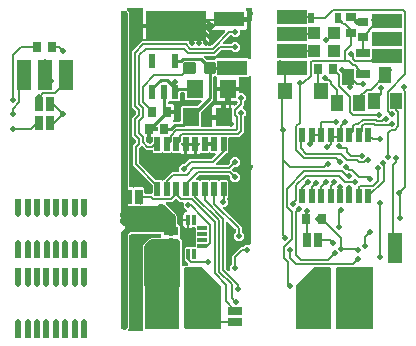
<source format=gbr>
G04 EAGLE Gerber RS-274X export*
G75*
%MOMM*%
%FSLAX34Y34*%
%LPD*%
%INBottom Copper*%
%IPPOS*%
%AMOC8*
5,1,8,0,0,1.08239X$1,22.5*%
G01*
%ADD10R,1.200000X1.400000*%
%ADD11R,0.700000X0.900000*%
%ADD12R,0.635000X1.270000*%
%ADD13R,0.483600X1.211800*%
%ADD14R,0.900000X0.700000*%
%ADD15R,1.250000X2.500000*%
%ADD16R,1.270000X2.540000*%
%ADD17R,5.080000X2.540000*%
%ADD18R,2.540000X1.270000*%
%ADD19R,1.270000X0.635000*%
%ADD20R,0.550000X1.200000*%
%ADD21R,1.400000X1.600000*%
%ADD22C,0.300000*%
%ADD23R,0.300000X0.850000*%
%ADD24R,0.850000X0.300000*%
%ADD25R,1.270000X0.800000*%
%ADD26R,0.630000X0.830000*%
%ADD27R,1.200000X0.800000*%
%ADD28R,1.100000X1.000000*%
%ADD29R,1.000000X1.400000*%
%ADD30C,0.508000*%
%ADD31C,0.203200*%
%ADD32C,0.609600*%
%ADD33C,0.604000*%
%ADD34C,0.254000*%
%ADD35C,0.700000*%
%ADD36C,0.812800*%
%ADD37C,1.016000*%
%ADD38C,0.304800*%
%ADD39C,0.704000*%
%ADD40C,0.500000*%

G36*
X214907Y70860D02*
X214907Y70860D01*
X214936Y70860D01*
X215046Y70888D01*
X215157Y70911D01*
X215183Y70924D01*
X215211Y70931D01*
X215309Y70989D01*
X215409Y71041D01*
X215431Y71062D01*
X215456Y71077D01*
X215533Y71159D01*
X215615Y71237D01*
X215630Y71263D01*
X215650Y71284D01*
X215702Y71385D01*
X215759Y71483D01*
X215766Y71511D01*
X215780Y71537D01*
X215793Y71614D01*
X215829Y71758D01*
X215827Y71821D01*
X215835Y71868D01*
X215835Y75384D01*
X217062Y76610D01*
X217114Y76680D01*
X217174Y76744D01*
X217200Y76793D01*
X217233Y76838D01*
X217264Y76919D01*
X217304Y76997D01*
X217312Y77045D01*
X217334Y77103D01*
X217346Y77251D01*
X217359Y77328D01*
X217359Y83472D01*
X225228Y91341D01*
X226664Y91341D01*
X226751Y91353D01*
X226838Y91356D01*
X226891Y91373D01*
X226946Y91381D01*
X227025Y91416D01*
X227109Y91443D01*
X227148Y91471D01*
X227205Y91497D01*
X227318Y91593D01*
X227382Y91638D01*
X228609Y92865D01*
X232344Y92865D01*
X232402Y92873D01*
X232460Y92871D01*
X232542Y92893D01*
X232626Y92905D01*
X232679Y92928D01*
X232735Y92943D01*
X232808Y92986D01*
X232885Y93021D01*
X232930Y93059D01*
X232980Y93088D01*
X233038Y93150D01*
X233102Y93204D01*
X233134Y93253D01*
X233174Y93296D01*
X233213Y93371D01*
X233260Y93441D01*
X233277Y93497D01*
X233304Y93549D01*
X233315Y93617D01*
X233345Y93712D01*
X233348Y93812D01*
X233359Y93880D01*
X233359Y152052D01*
X233620Y152313D01*
X233655Y152360D01*
X233698Y152400D01*
X233740Y152473D01*
X233791Y152540D01*
X233812Y152595D01*
X233841Y152645D01*
X233862Y152727D01*
X233892Y152806D01*
X233897Y152864D01*
X233911Y152921D01*
X233909Y153005D01*
X233916Y153089D01*
X233904Y153146D01*
X233902Y153205D01*
X233876Y153285D01*
X233860Y153368D01*
X233833Y153420D01*
X233815Y153476D01*
X233775Y153532D01*
X233729Y153620D01*
X233725Y153624D01*
X233725Y156356D01*
X234618Y157249D01*
X234670Y157319D01*
X234730Y157383D01*
X234756Y157432D01*
X234789Y157476D01*
X234820Y157558D01*
X234860Y157636D01*
X234868Y157683D01*
X234890Y157742D01*
X234902Y157890D01*
X234915Y157967D01*
X234915Y160033D01*
X234903Y160120D01*
X234900Y160207D01*
X234883Y160260D01*
X234875Y160315D01*
X234840Y160394D01*
X234813Y160478D01*
X234785Y160517D01*
X234759Y160574D01*
X234663Y160687D01*
X234618Y160751D01*
X233725Y161644D01*
X233725Y164385D01*
X233740Y164411D01*
X233791Y164478D01*
X233812Y164533D01*
X233841Y164583D01*
X233862Y164665D01*
X233892Y164744D01*
X233897Y164802D01*
X233911Y164859D01*
X233909Y164943D01*
X233916Y165027D01*
X233904Y165085D01*
X233902Y165143D01*
X233876Y165223D01*
X233860Y165306D01*
X233833Y165358D01*
X233815Y165414D01*
X233775Y165470D01*
X233729Y165558D01*
X233660Y165631D01*
X233620Y165687D01*
X233359Y165948D01*
X233359Y234975D01*
X233355Y235004D01*
X233358Y235033D01*
X233335Y235144D01*
X233319Y235256D01*
X233307Y235283D01*
X233302Y235312D01*
X233249Y235413D01*
X233203Y235516D01*
X233184Y235538D01*
X233171Y235564D01*
X233093Y235646D01*
X233020Y235733D01*
X232995Y235749D01*
X232975Y235770D01*
X232877Y235828D01*
X232783Y235890D01*
X232755Y235899D01*
X232730Y235914D01*
X232620Y235942D01*
X232512Y235976D01*
X232482Y235977D01*
X232454Y235984D01*
X232341Y235981D01*
X232228Y235983D01*
X232199Y235976D01*
X232170Y235975D01*
X232062Y235940D01*
X231953Y235912D01*
X231927Y235897D01*
X231899Y235888D01*
X231835Y235842D01*
X231708Y235766D01*
X231665Y235721D01*
X231626Y235693D01*
X230993Y235060D01*
X224314Y235060D01*
X224266Y235053D01*
X224217Y235055D01*
X224126Y235033D01*
X224033Y235020D01*
X223988Y235000D01*
X223941Y234989D01*
X223859Y234942D01*
X223773Y234904D01*
X223736Y234872D01*
X223693Y234848D01*
X223628Y234781D01*
X223556Y234720D01*
X223529Y234680D01*
X223495Y234645D01*
X223451Y234562D01*
X223399Y234484D01*
X223384Y234437D01*
X223361Y234394D01*
X223341Y234302D01*
X223313Y234213D01*
X223311Y234164D01*
X223301Y234116D01*
X223308Y234042D01*
X223305Y233928D01*
X223327Y233844D01*
X223333Y233782D01*
X223504Y233143D01*
X223504Y226840D01*
X214980Y226840D01*
X214922Y226832D01*
X214863Y226833D01*
X214782Y226812D01*
X214698Y226800D01*
X214645Y226776D01*
X214588Y226762D01*
X214516Y226719D01*
X214439Y226684D01*
X214394Y226646D01*
X214344Y226616D01*
X214286Y226555D01*
X214222Y226500D01*
X214190Y226452D01*
X214149Y226409D01*
X214111Y226334D01*
X214064Y226264D01*
X214047Y226208D01*
X214020Y226156D01*
X214009Y226088D01*
X213979Y225993D01*
X213976Y225893D01*
X213965Y225825D01*
X213965Y224808D01*
X213963Y224808D01*
X213963Y225825D01*
X213955Y225883D01*
X213956Y225941D01*
X213935Y226023D01*
X213923Y226106D01*
X213899Y226160D01*
X213884Y226216D01*
X213841Y226289D01*
X213807Y226366D01*
X213769Y226410D01*
X213739Y226461D01*
X213678Y226518D01*
X213623Y226583D01*
X213574Y226615D01*
X213532Y226655D01*
X213457Y226694D01*
X213386Y226740D01*
X213331Y226758D01*
X213279Y226785D01*
X213211Y226796D01*
X213115Y226826D01*
X213016Y226829D01*
X212948Y226840D01*
X204423Y226840D01*
X204423Y233143D01*
X204606Y233825D01*
X204634Y233874D01*
X204653Y233946D01*
X204680Y234015D01*
X204687Y234083D01*
X204704Y234149D01*
X204702Y234224D01*
X204710Y234298D01*
X204697Y234365D01*
X204695Y234433D01*
X204672Y234504D01*
X204659Y234578D01*
X204629Y234639D01*
X204608Y234704D01*
X204571Y234755D01*
X204533Y234832D01*
X204456Y234917D01*
X204413Y234977D01*
X203722Y235668D01*
X203652Y235721D01*
X203588Y235781D01*
X203539Y235806D01*
X203495Y235839D01*
X203413Y235870D01*
X203335Y235910D01*
X203288Y235918D01*
X203229Y235940D01*
X203081Y235953D01*
X203004Y235966D01*
X202819Y235966D01*
X202761Y235957D01*
X202703Y235959D01*
X202621Y235938D01*
X202538Y235926D01*
X202484Y235902D01*
X202428Y235887D01*
X202355Y235844D01*
X202278Y235809D01*
X202234Y235772D01*
X202183Y235742D01*
X202126Y235680D01*
X202061Y235626D01*
X202029Y235577D01*
X201989Y235534D01*
X201950Y235459D01*
X201904Y235389D01*
X201886Y235333D01*
X201859Y235281D01*
X201848Y235213D01*
X201818Y235118D01*
X201815Y235018D01*
X201804Y234950D01*
X201804Y215817D01*
X191311Y205323D01*
X191258Y205254D01*
X191198Y205190D01*
X191173Y205140D01*
X191140Y205096D01*
X191109Y205015D01*
X191069Y204937D01*
X191061Y204889D01*
X191039Y204831D01*
X191026Y204683D01*
X191013Y204606D01*
X191013Y193911D01*
X191022Y193853D01*
X191020Y193795D01*
X191041Y193713D01*
X191053Y193629D01*
X191077Y193576D01*
X191092Y193520D01*
X191135Y193447D01*
X191170Y193370D01*
X191207Y193325D01*
X191237Y193275D01*
X191299Y193217D01*
X191353Y193153D01*
X191402Y193121D01*
X191445Y193081D01*
X191520Y193042D01*
X191590Y192995D01*
X191646Y192978D01*
X191698Y192951D01*
X191766Y192940D01*
X191861Y192910D01*
X191961Y192907D01*
X192029Y192896D01*
X199933Y192896D01*
X199991Y192904D01*
X200049Y192902D01*
X200131Y192924D01*
X200214Y192936D01*
X200268Y192959D01*
X200324Y192974D01*
X200397Y193017D01*
X200474Y193052D01*
X200518Y193090D01*
X200569Y193119D01*
X200626Y193181D01*
X200691Y193235D01*
X200723Y193284D01*
X200763Y193327D01*
X200802Y193402D01*
X200848Y193472D01*
X200866Y193528D01*
X200893Y193580D01*
X200904Y193648D01*
X200934Y193743D01*
X200937Y193843D01*
X200948Y193911D01*
X200948Y198904D01*
X209473Y198904D01*
X209531Y198912D01*
X209589Y198910D01*
X209671Y198932D01*
X209754Y198943D01*
X209808Y198967D01*
X209864Y198982D01*
X209936Y199025D01*
X210014Y199060D01*
X210058Y199097D01*
X210108Y199127D01*
X210166Y199189D01*
X210231Y199243D01*
X210263Y199292D01*
X210303Y199335D01*
X210341Y199410D01*
X210388Y199480D01*
X210406Y199536D01*
X210432Y199588D01*
X210444Y199656D01*
X210474Y199751D01*
X210476Y199851D01*
X210488Y199919D01*
X210488Y200936D01*
X211505Y200936D01*
X211563Y200944D01*
X211621Y200942D01*
X211703Y200964D01*
X211786Y200975D01*
X211840Y200999D01*
X211896Y201014D01*
X211969Y201057D01*
X212046Y201092D01*
X212090Y201129D01*
X212140Y201159D01*
X212198Y201221D01*
X212263Y201275D01*
X212295Y201324D01*
X212335Y201367D01*
X212373Y201442D01*
X212420Y201512D01*
X212438Y201568D01*
X212464Y201620D01*
X212476Y201688D01*
X212506Y201783D01*
X212509Y201883D01*
X212520Y201951D01*
X212520Y211475D01*
X217823Y211475D01*
X218470Y211302D01*
X219049Y210968D01*
X219059Y210958D01*
X219106Y210922D01*
X219146Y210880D01*
X219219Y210837D01*
X219286Y210787D01*
X219341Y210766D01*
X219391Y210736D01*
X219473Y210715D01*
X219552Y210685D01*
X219610Y210681D01*
X219667Y210666D01*
X219751Y210669D01*
X219835Y210662D01*
X219893Y210673D01*
X219951Y210675D01*
X220031Y210701D01*
X220114Y210718D01*
X220166Y210745D01*
X220222Y210763D01*
X220278Y210803D01*
X220366Y210849D01*
X220439Y210917D01*
X220495Y210957D01*
X222073Y212535D01*
X222090Y212558D01*
X222113Y212577D01*
X222175Y212672D01*
X222243Y212762D01*
X222254Y212790D01*
X222270Y212814D01*
X222304Y212922D01*
X222345Y213028D01*
X222347Y213057D01*
X222356Y213085D01*
X222359Y213199D01*
X222368Y213311D01*
X222362Y213340D01*
X222363Y213369D01*
X222335Y213479D01*
X222312Y213590D01*
X222299Y213616D01*
X222291Y213644D01*
X222234Y213742D01*
X222181Y213842D01*
X222161Y213864D01*
X222146Y213889D01*
X222064Y213966D01*
X221986Y214048D01*
X221960Y214063D01*
X221939Y214083D01*
X221838Y214135D01*
X221740Y214192D01*
X221712Y214199D01*
X221686Y214213D01*
X221608Y214226D01*
X221465Y214262D01*
X221402Y214260D01*
X221355Y214268D01*
X215995Y214268D01*
X215995Y222778D01*
X223504Y222778D01*
X223504Y222630D01*
X223513Y222572D01*
X223511Y222514D01*
X223532Y222432D01*
X223544Y222348D01*
X223568Y222295D01*
X223583Y222239D01*
X223626Y222166D01*
X223661Y222089D01*
X223698Y222044D01*
X223728Y221994D01*
X223790Y221936D01*
X223844Y221872D01*
X223893Y221840D01*
X223936Y221800D01*
X224011Y221761D01*
X224081Y221714D01*
X224137Y221697D01*
X224189Y221670D01*
X224257Y221659D01*
X224352Y221629D01*
X224452Y221626D01*
X224520Y221615D01*
X226821Y221615D01*
X229202Y219234D01*
X229202Y215866D01*
X227975Y214640D01*
X227922Y214570D01*
X227863Y214506D01*
X227837Y214457D01*
X227804Y214413D01*
X227781Y214352D01*
X227777Y214346D01*
X227772Y214328D01*
X227733Y214253D01*
X227725Y214205D01*
X227703Y214147D01*
X227699Y214098D01*
X227692Y214075D01*
X227690Y213992D01*
X227678Y213922D01*
X227678Y210954D01*
X226913Y210189D01*
X226878Y210142D01*
X226835Y210102D01*
X226793Y210029D01*
X226742Y209962D01*
X226721Y209907D01*
X226692Y209857D01*
X226671Y209775D01*
X226641Y209696D01*
X226636Y209638D01*
X226621Y209581D01*
X226624Y209497D01*
X226617Y209413D01*
X226629Y209356D01*
X226630Y209297D01*
X226656Y209217D01*
X226673Y209134D01*
X226700Y209082D01*
X226718Y209027D01*
X226758Y208971D01*
X226804Y208882D01*
X226873Y208809D01*
X226913Y208753D01*
X229181Y206485D01*
X229181Y203118D01*
X228095Y202032D01*
X228042Y201962D01*
X227982Y201898D01*
X227957Y201849D01*
X227924Y201804D01*
X227893Y201723D01*
X227853Y201645D01*
X227845Y201597D01*
X227823Y201539D01*
X227810Y201391D01*
X227797Y201314D01*
X227797Y188612D01*
X226012Y186826D01*
X225230Y186044D01*
X223444Y184258D01*
X215358Y184258D01*
X215300Y184250D01*
X215242Y184252D01*
X215160Y184230D01*
X215076Y184218D01*
X215023Y184195D01*
X214967Y184180D01*
X214894Y184137D01*
X214817Y184102D01*
X214772Y184064D01*
X214722Y184035D01*
X214664Y183973D01*
X214600Y183919D01*
X214568Y183870D01*
X214528Y183827D01*
X214489Y183752D01*
X214442Y183682D01*
X214425Y183626D01*
X214398Y183574D01*
X214387Y183506D01*
X214357Y183411D01*
X214354Y183311D01*
X214343Y183243D01*
X214343Y171509D01*
X213450Y170616D01*
X212824Y170616D01*
X212738Y170604D01*
X212650Y170601D01*
X212598Y170584D01*
X212543Y170576D01*
X212463Y170541D01*
X212380Y170514D01*
X212340Y170486D01*
X212283Y170460D01*
X212170Y170364D01*
X212106Y170319D01*
X211155Y169368D01*
X203974Y162187D01*
X203957Y162164D01*
X203934Y162145D01*
X203871Y162050D01*
X203803Y161960D01*
X203793Y161932D01*
X203777Y161908D01*
X203742Y161800D01*
X203702Y161694D01*
X203700Y161665D01*
X203691Y161637D01*
X203688Y161524D01*
X203679Y161411D01*
X203684Y161382D01*
X203684Y161353D01*
X203712Y161243D01*
X203735Y161132D01*
X203748Y161106D01*
X203755Y161078D01*
X203813Y160980D01*
X203866Y160880D01*
X203886Y160858D01*
X203901Y160833D01*
X203983Y160756D01*
X204061Y160674D01*
X204087Y160659D01*
X204108Y160639D01*
X204209Y160587D01*
X204307Y160530D01*
X204335Y160523D01*
X204361Y160509D01*
X204439Y160496D01*
X204582Y160460D01*
X204645Y160462D01*
X204692Y160454D01*
X213640Y160454D01*
X213727Y160466D01*
X213814Y160469D01*
X213867Y160486D01*
X213922Y160494D01*
X214001Y160529D01*
X214085Y160556D01*
X214124Y160584D01*
X214181Y160610D01*
X214294Y160706D01*
X214358Y160751D01*
X215658Y162051D01*
X215710Y162121D01*
X215770Y162185D01*
X215796Y162234D01*
X215829Y162278D01*
X215860Y162360D01*
X215900Y162438D01*
X215908Y162485D01*
X215930Y162544D01*
X215942Y162692D01*
X215955Y162769D01*
X215955Y164504D01*
X218336Y166885D01*
X221704Y166885D01*
X224085Y164504D01*
X224085Y161136D01*
X221704Y158755D01*
X219969Y158755D01*
X219882Y158743D01*
X219795Y158740D01*
X219742Y158723D01*
X219687Y158715D01*
X219608Y158680D01*
X219524Y158653D01*
X219485Y158625D01*
X219428Y158599D01*
X219315Y158503D01*
X219251Y158458D01*
X217981Y157188D01*
X217946Y157141D01*
X217903Y157101D01*
X217861Y157028D01*
X217810Y156961D01*
X217789Y156906D01*
X217760Y156856D01*
X217739Y156774D01*
X217709Y156695D01*
X217704Y156637D01*
X217690Y156580D01*
X217692Y156496D01*
X217685Y156412D01*
X217697Y156354D01*
X217699Y156296D01*
X217725Y156216D01*
X217741Y156133D01*
X217768Y156081D01*
X217786Y156025D01*
X217826Y155969D01*
X217872Y155881D01*
X217941Y155808D01*
X217981Y155752D01*
X218714Y155019D01*
X219251Y154482D01*
X219321Y154430D01*
X219385Y154370D01*
X219434Y154344D01*
X219478Y154311D01*
X219560Y154280D01*
X219638Y154240D01*
X219685Y154232D01*
X219744Y154210D01*
X219892Y154198D01*
X219969Y154185D01*
X221704Y154185D01*
X224085Y151804D01*
X224085Y148436D01*
X221704Y146055D01*
X218336Y146055D01*
X215955Y148436D01*
X215955Y150171D01*
X215943Y150258D01*
X215940Y150345D01*
X215923Y150398D01*
X215915Y150453D01*
X215880Y150532D01*
X215853Y150616D01*
X215825Y150655D01*
X215799Y150712D01*
X215703Y150825D01*
X215658Y150889D01*
X215121Y151426D01*
X215051Y151478D01*
X214987Y151538D01*
X214938Y151564D01*
X214894Y151597D01*
X214812Y151628D01*
X214734Y151668D01*
X214687Y151676D01*
X214628Y151698D01*
X214480Y151710D01*
X214403Y151723D01*
X189868Y151723D01*
X189781Y151711D01*
X189694Y151708D01*
X189641Y151691D01*
X189586Y151683D01*
X189507Y151648D01*
X189423Y151621D01*
X189384Y151593D01*
X189327Y151567D01*
X189214Y151471D01*
X189150Y151426D01*
X187241Y149517D01*
X187223Y149493D01*
X187201Y149474D01*
X187138Y149380D01*
X187070Y149290D01*
X187060Y149262D01*
X187043Y149238D01*
X187009Y149130D01*
X186969Y149024D01*
X186966Y148995D01*
X186957Y148967D01*
X186955Y148853D01*
X186945Y148741D01*
X186951Y148712D01*
X186950Y148683D01*
X186979Y148573D01*
X187001Y148462D01*
X187015Y148436D01*
X187022Y148408D01*
X187080Y148310D01*
X187132Y148210D01*
X187152Y148188D01*
X187167Y148163D01*
X187250Y148086D01*
X187328Y148004D01*
X187353Y147989D01*
X187375Y147969D01*
X187475Y147917D01*
X187573Y147860D01*
X187602Y147853D01*
X187628Y147839D01*
X187705Y147826D01*
X187849Y147790D01*
X187911Y147792D01*
X187959Y147784D01*
X189450Y147784D01*
X189682Y147551D01*
X189729Y147516D01*
X189769Y147474D01*
X189842Y147431D01*
X189909Y147380D01*
X189964Y147360D01*
X190014Y147330D01*
X190096Y147309D01*
X190175Y147279D01*
X190233Y147274D01*
X190290Y147260D01*
X190374Y147263D01*
X190458Y147256D01*
X190516Y147267D01*
X190574Y147269D01*
X190654Y147295D01*
X190737Y147311D01*
X190789Y147338D01*
X190845Y147356D01*
X190901Y147396D01*
X190989Y147442D01*
X191062Y147511D01*
X191118Y147551D01*
X191350Y147784D01*
X197450Y147784D01*
X197682Y147551D01*
X197729Y147516D01*
X197769Y147474D01*
X197842Y147431D01*
X197909Y147380D01*
X197964Y147360D01*
X198014Y147330D01*
X198096Y147309D01*
X198175Y147279D01*
X198233Y147274D01*
X198290Y147260D01*
X198374Y147263D01*
X198458Y147256D01*
X198516Y147267D01*
X198574Y147269D01*
X198654Y147295D01*
X198737Y147311D01*
X198789Y147338D01*
X198845Y147356D01*
X198901Y147396D01*
X198989Y147442D01*
X199062Y147511D01*
X199118Y147551D01*
X199350Y147784D01*
X205450Y147784D01*
X205682Y147551D01*
X205729Y147516D01*
X205769Y147474D01*
X205842Y147431D01*
X205909Y147380D01*
X205964Y147360D01*
X206014Y147330D01*
X206096Y147309D01*
X206175Y147279D01*
X206233Y147274D01*
X206290Y147260D01*
X206374Y147263D01*
X206458Y147256D01*
X206516Y147267D01*
X206574Y147269D01*
X206654Y147295D01*
X206737Y147311D01*
X206789Y147338D01*
X206845Y147356D01*
X206901Y147396D01*
X206989Y147442D01*
X207062Y147511D01*
X207118Y147551D01*
X207350Y147784D01*
X213450Y147784D01*
X214343Y146891D01*
X214343Y133509D01*
X213495Y132662D01*
X213460Y132615D01*
X213418Y132575D01*
X213375Y132502D01*
X213324Y132435D01*
X213304Y132380D01*
X213274Y132330D01*
X213253Y132248D01*
X213223Y132169D01*
X213218Y132111D01*
X213204Y132054D01*
X213207Y131970D01*
X213200Y131886D01*
X213211Y131829D01*
X213213Y131770D01*
X213239Y131690D01*
X213256Y131607D01*
X213282Y131555D01*
X213300Y131500D01*
X213341Y131443D01*
X213386Y131355D01*
X213455Y131282D01*
X213495Y131226D01*
X213972Y130750D01*
X213972Y127382D01*
X211591Y125001D01*
X211075Y125001D01*
X211046Y124997D01*
X211017Y125000D01*
X210906Y124977D01*
X210794Y124961D01*
X210767Y124949D01*
X210738Y124944D01*
X210638Y124892D01*
X210534Y124845D01*
X210512Y124826D01*
X210486Y124813D01*
X210404Y124735D01*
X210317Y124662D01*
X210301Y124637D01*
X210280Y124617D01*
X210223Y124519D01*
X210160Y124425D01*
X210151Y124397D01*
X210136Y124372D01*
X210108Y124262D01*
X210074Y124154D01*
X210073Y124124D01*
X210066Y124096D01*
X210070Y123983D01*
X210067Y123870D01*
X210074Y123841D01*
X210075Y123812D01*
X210110Y123704D01*
X210139Y123595D01*
X210154Y123569D01*
X210163Y123541D01*
X210208Y123478D01*
X210284Y123350D01*
X210330Y123307D01*
X210358Y123268D01*
X225712Y107913D01*
X225712Y103885D01*
X225725Y103798D01*
X225727Y103711D01*
X225744Y103658D01*
X225752Y103603D01*
X225788Y103524D01*
X225815Y103440D01*
X225843Y103401D01*
X225868Y103344D01*
X225964Y103231D01*
X226010Y103167D01*
X227236Y101940D01*
X227236Y98573D01*
X224855Y96192D01*
X221488Y96192D01*
X219107Y98573D01*
X219107Y101940D01*
X220333Y103167D01*
X220386Y103237D01*
X220446Y103301D01*
X220471Y103350D01*
X220504Y103394D01*
X220535Y103476D01*
X220575Y103554D01*
X220583Y103601D01*
X220606Y103660D01*
X220618Y103808D01*
X220631Y103885D01*
X220631Y105388D01*
X220619Y105475D01*
X220616Y105562D01*
X220599Y105615D01*
X220591Y105669D01*
X220555Y105749D01*
X220528Y105833D01*
X220500Y105872D01*
X220475Y105929D01*
X220379Y106042D01*
X220333Y106106D01*
X214181Y112258D01*
X214158Y112276D01*
X214139Y112298D01*
X214045Y112361D01*
X213954Y112429D01*
X213927Y112439D01*
X213902Y112456D01*
X213794Y112490D01*
X213688Y112530D01*
X213659Y112533D01*
X213631Y112542D01*
X213518Y112544D01*
X213405Y112554D01*
X213376Y112548D01*
X213347Y112549D01*
X213237Y112520D01*
X213126Y112498D01*
X213100Y112484D01*
X213072Y112477D01*
X212975Y112419D01*
X212874Y112367D01*
X212853Y112347D01*
X212828Y112332D01*
X212750Y112249D01*
X212668Y112171D01*
X212653Y112146D01*
X212633Y112124D01*
X212581Y112024D01*
X212524Y111926D01*
X212517Y111897D01*
X212504Y111871D01*
X212491Y111794D01*
X212454Y111650D01*
X212456Y111588D01*
X212448Y111540D01*
X212448Y73225D01*
X212460Y73138D01*
X212463Y73051D01*
X212480Y72998D01*
X212488Y72943D01*
X212524Y72864D01*
X212551Y72780D01*
X212579Y72741D01*
X212604Y72684D01*
X212700Y72571D01*
X212745Y72507D01*
X214102Y71150D01*
X214126Y71133D01*
X214145Y71110D01*
X214239Y71048D01*
X214329Y70979D01*
X214357Y70969D01*
X214381Y70953D01*
X214489Y70919D01*
X214595Y70878D01*
X214624Y70876D01*
X214652Y70867D01*
X214766Y70864D01*
X214878Y70855D01*
X214907Y70860D01*
G37*
G36*
X336465Y21577D02*
X336465Y21577D01*
X336531Y21579D01*
X336574Y21597D01*
X336621Y21605D01*
X336678Y21639D01*
X336738Y21664D01*
X336773Y21695D01*
X336814Y21720D01*
X336856Y21771D01*
X336904Y21815D01*
X336926Y21857D01*
X336955Y21894D01*
X336976Y21956D01*
X337007Y22015D01*
X337015Y22069D01*
X337027Y22106D01*
X337026Y22146D01*
X337034Y22200D01*
X337034Y73200D01*
X337023Y73265D01*
X337021Y73331D01*
X337003Y73374D01*
X336995Y73421D01*
X336961Y73478D01*
X336936Y73538D01*
X336905Y73573D01*
X336880Y73614D01*
X336829Y73656D01*
X336785Y73704D01*
X336743Y73726D01*
X336706Y73755D01*
X336644Y73776D01*
X336585Y73807D01*
X336531Y73815D01*
X336494Y73827D01*
X336454Y73826D01*
X336400Y73834D01*
X306400Y73834D01*
X306335Y73823D01*
X306269Y73821D01*
X306226Y73803D01*
X306179Y73795D01*
X306122Y73761D01*
X306062Y73736D01*
X306027Y73705D01*
X305986Y73680D01*
X305945Y73629D01*
X305896Y73585D01*
X305874Y73543D01*
X305845Y73506D01*
X305824Y73444D01*
X305793Y73385D01*
X305785Y73331D01*
X305773Y73294D01*
X305774Y73254D01*
X305766Y73200D01*
X305766Y22200D01*
X305777Y22135D01*
X305779Y22069D01*
X305797Y22026D01*
X305805Y21979D01*
X305839Y21922D01*
X305864Y21862D01*
X305895Y21827D01*
X305920Y21786D01*
X305971Y21745D01*
X306015Y21696D01*
X306057Y21674D01*
X306094Y21645D01*
X306156Y21624D01*
X306215Y21593D01*
X306269Y21585D01*
X306306Y21573D01*
X306346Y21574D01*
X306400Y21566D01*
X336400Y21566D01*
X336465Y21577D01*
G37*
G36*
X172165Y21677D02*
X172165Y21677D01*
X172231Y21679D01*
X172274Y21697D01*
X172321Y21705D01*
X172378Y21739D01*
X172438Y21764D01*
X172473Y21795D01*
X172514Y21820D01*
X172556Y21871D01*
X172604Y21915D01*
X172626Y21957D01*
X172655Y21994D01*
X172676Y22056D01*
X172707Y22115D01*
X172715Y22169D01*
X172727Y22206D01*
X172726Y22246D01*
X172734Y22300D01*
X172734Y73100D01*
X172723Y73165D01*
X172721Y73231D01*
X172703Y73274D01*
X172695Y73321D01*
X172661Y73378D01*
X172636Y73438D01*
X172605Y73473D01*
X172580Y73514D01*
X172529Y73556D01*
X172485Y73604D01*
X172443Y73626D01*
X172406Y73655D01*
X172344Y73676D01*
X172285Y73707D01*
X172231Y73715D01*
X172194Y73727D01*
X172154Y73726D01*
X172100Y73734D01*
X144160Y73734D01*
X144095Y73723D01*
X144029Y73721D01*
X143986Y73703D01*
X143939Y73695D01*
X143882Y73661D01*
X143822Y73636D01*
X143787Y73605D01*
X143746Y73580D01*
X143705Y73529D01*
X143656Y73485D01*
X143634Y73443D01*
X143605Y73406D01*
X143584Y73344D01*
X143553Y73285D01*
X143545Y73231D01*
X143533Y73194D01*
X143534Y73154D01*
X143526Y73100D01*
X143526Y22300D01*
X143537Y22235D01*
X143539Y22169D01*
X143557Y22126D01*
X143565Y22079D01*
X143599Y22022D01*
X143624Y21962D01*
X143655Y21927D01*
X143680Y21886D01*
X143731Y21845D01*
X143775Y21796D01*
X143817Y21774D01*
X143854Y21745D01*
X143916Y21724D01*
X143975Y21693D01*
X144029Y21685D01*
X144066Y21673D01*
X144106Y21674D01*
X144160Y21666D01*
X172100Y21666D01*
X172165Y21677D01*
G37*
G36*
X207965Y21577D02*
X207965Y21577D01*
X208031Y21579D01*
X208074Y21597D01*
X208121Y21605D01*
X208178Y21639D01*
X208238Y21664D01*
X208273Y21695D01*
X208314Y21720D01*
X208356Y21771D01*
X208404Y21815D01*
X208426Y21857D01*
X208455Y21894D01*
X208476Y21956D01*
X208507Y22015D01*
X208515Y22069D01*
X208527Y22106D01*
X208526Y22146D01*
X208534Y22200D01*
X208534Y57200D01*
X208527Y57242D01*
X208529Y57284D01*
X208507Y57351D01*
X208495Y57421D01*
X208473Y57457D01*
X208460Y57498D01*
X208406Y57571D01*
X208380Y57614D01*
X208364Y57627D01*
X208348Y57648D01*
X192348Y73648D01*
X192314Y73673D01*
X192285Y73704D01*
X192222Y73736D01*
X192164Y73777D01*
X192123Y73787D01*
X192085Y73807D01*
X191996Y73820D01*
X191947Y73833D01*
X191926Y73830D01*
X191900Y73834D01*
X177900Y73834D01*
X177835Y73823D01*
X177769Y73821D01*
X177726Y73803D01*
X177679Y73795D01*
X177622Y73761D01*
X177562Y73736D01*
X177527Y73705D01*
X177486Y73680D01*
X177445Y73629D01*
X177396Y73585D01*
X177374Y73543D01*
X177345Y73506D01*
X177324Y73444D01*
X177293Y73385D01*
X177285Y73331D01*
X177273Y73294D01*
X177274Y73254D01*
X177266Y73200D01*
X177266Y22200D01*
X177277Y22135D01*
X177279Y22069D01*
X177297Y22026D01*
X177305Y21979D01*
X177339Y21922D01*
X177364Y21862D01*
X177395Y21827D01*
X177420Y21786D01*
X177471Y21745D01*
X177515Y21696D01*
X177557Y21674D01*
X177594Y21645D01*
X177656Y21624D01*
X177715Y21593D01*
X177769Y21585D01*
X177806Y21573D01*
X177846Y21574D01*
X177900Y21566D01*
X207900Y21566D01*
X207965Y21577D01*
G37*
G36*
X300665Y21677D02*
X300665Y21677D01*
X300731Y21679D01*
X300774Y21697D01*
X300821Y21705D01*
X300878Y21739D01*
X300938Y21764D01*
X300973Y21795D01*
X301014Y21820D01*
X301056Y21871D01*
X301104Y21915D01*
X301126Y21957D01*
X301155Y21994D01*
X301176Y22056D01*
X301207Y22115D01*
X301215Y22169D01*
X301227Y22206D01*
X301226Y22246D01*
X301234Y22300D01*
X301234Y73100D01*
X301223Y73165D01*
X301221Y73231D01*
X301203Y73274D01*
X301195Y73321D01*
X301161Y73378D01*
X301136Y73438D01*
X301105Y73473D01*
X301080Y73514D01*
X301029Y73556D01*
X300985Y73604D01*
X300943Y73626D01*
X300906Y73655D01*
X300844Y73676D01*
X300785Y73707D01*
X300731Y73715D01*
X300694Y73727D01*
X300654Y73726D01*
X300600Y73734D01*
X286800Y73734D01*
X286758Y73727D01*
X286716Y73729D01*
X286649Y73707D01*
X286579Y73695D01*
X286543Y73673D01*
X286502Y73660D01*
X286429Y73606D01*
X286386Y73580D01*
X286373Y73564D01*
X286352Y73548D01*
X272212Y59408D01*
X272187Y59374D01*
X272156Y59345D01*
X272124Y59282D01*
X272083Y59224D01*
X272073Y59183D01*
X272053Y59145D01*
X272040Y59056D01*
X272028Y59007D01*
X272030Y58986D01*
X272026Y58960D01*
X272026Y22300D01*
X272037Y22235D01*
X272039Y22169D01*
X272057Y22126D01*
X272065Y22079D01*
X272099Y22022D01*
X272124Y21962D01*
X272155Y21927D01*
X272180Y21886D01*
X272231Y21845D01*
X272275Y21796D01*
X272317Y21774D01*
X272354Y21745D01*
X272416Y21724D01*
X272475Y21693D01*
X272529Y21685D01*
X272566Y21673D01*
X272606Y21674D01*
X272660Y21666D01*
X300600Y21666D01*
X300665Y21677D01*
G37*
G36*
X141043Y20003D02*
X141043Y20003D01*
X141101Y20001D01*
X141183Y20023D01*
X141267Y20035D01*
X141320Y20058D01*
X141376Y20073D01*
X141449Y20116D01*
X141526Y20151D01*
X141571Y20189D01*
X141621Y20218D01*
X141679Y20280D01*
X141743Y20334D01*
X141775Y20383D01*
X141815Y20426D01*
X141854Y20501D01*
X141901Y20571D01*
X141918Y20627D01*
X141945Y20679D01*
X141956Y20747D01*
X141986Y20842D01*
X141989Y20942D01*
X142000Y21010D01*
X142000Y58168D01*
X141996Y58199D01*
X141998Y58230D01*
X141981Y58306D01*
X141980Y58313D01*
X141980Y91451D01*
X142831Y93505D01*
X147448Y98123D01*
X149502Y98974D01*
X156559Y98974D01*
X156617Y98982D01*
X156676Y98980D01*
X156757Y99002D01*
X156841Y99014D01*
X156894Y99037D01*
X156951Y99052D01*
X157023Y99095D01*
X157100Y99130D01*
X157145Y99168D01*
X157195Y99197D01*
X157253Y99259D01*
X157317Y99313D01*
X157350Y99362D01*
X157390Y99405D01*
X157428Y99480D01*
X157475Y99550D01*
X157492Y99606D01*
X157519Y99658D01*
X157530Y99726D01*
X157561Y99821D01*
X157563Y99921D01*
X157574Y99989D01*
X157574Y101296D01*
X157566Y101354D01*
X157568Y101412D01*
X157546Y101494D01*
X157535Y101578D01*
X157511Y101631D01*
X157496Y101687D01*
X157453Y101760D01*
X157418Y101837D01*
X157381Y101882D01*
X157351Y101932D01*
X157289Y101990D01*
X157235Y102054D01*
X157186Y102086D01*
X157143Y102126D01*
X157068Y102165D01*
X156998Y102212D01*
X156942Y102229D01*
X156890Y102256D01*
X156822Y102267D01*
X156727Y102297D01*
X156627Y102300D01*
X156559Y102311D01*
X132499Y102311D01*
X132412Y102299D01*
X132325Y102296D01*
X132272Y102279D01*
X132217Y102271D01*
X132137Y102236D01*
X132054Y102209D01*
X132015Y102181D01*
X131958Y102155D01*
X131844Y102059D01*
X131781Y102014D01*
X130770Y101003D01*
X130718Y100934D01*
X130658Y100870D01*
X130632Y100820D01*
X130599Y100776D01*
X130568Y100694D01*
X130528Y100616D01*
X130520Y100569D01*
X130498Y100510D01*
X130486Y100363D01*
X130473Y100285D01*
X130473Y22306D01*
X129895Y21728D01*
X129877Y21704D01*
X129855Y21685D01*
X129792Y21591D01*
X129724Y21501D01*
X129713Y21473D01*
X129697Y21449D01*
X129663Y21341D01*
X129623Y21235D01*
X129620Y21206D01*
X129611Y21178D01*
X129608Y21064D01*
X129599Y20952D01*
X129605Y20923D01*
X129604Y20894D01*
X129633Y20784D01*
X129655Y20673D01*
X129668Y20647D01*
X129676Y20619D01*
X129734Y20521D01*
X129786Y20421D01*
X129806Y20399D01*
X129821Y20374D01*
X129904Y20297D01*
X129982Y20215D01*
X130007Y20200D01*
X130028Y20180D01*
X130129Y20128D01*
X130227Y20071D01*
X130255Y20064D01*
X130282Y20050D01*
X130359Y20037D01*
X130502Y20001D01*
X130565Y20003D01*
X130613Y19995D01*
X140985Y19995D01*
X141043Y20003D01*
G37*
G36*
X149500Y136351D02*
X149500Y136351D01*
X149558Y136349D01*
X149640Y136370D01*
X149724Y136382D01*
X149777Y136406D01*
X149833Y136421D01*
X149906Y136464D01*
X149983Y136498D01*
X150028Y136536D01*
X150078Y136566D01*
X150136Y136628D01*
X150200Y136682D01*
X150232Y136731D01*
X150272Y136773D01*
X150311Y136849D01*
X150358Y136919D01*
X150375Y136975D01*
X150402Y137027D01*
X150413Y137095D01*
X150443Y137190D01*
X150446Y137290D01*
X150457Y137358D01*
X150457Y142813D01*
X150445Y142900D01*
X150442Y142987D01*
X150425Y143040D01*
X150417Y143095D01*
X150382Y143175D01*
X150355Y143258D01*
X150327Y143297D01*
X150301Y143354D01*
X150227Y143442D01*
X150207Y143476D01*
X150184Y143497D01*
X150160Y143531D01*
X133592Y160099D01*
X133592Y176967D01*
X135377Y178752D01*
X135778Y179153D01*
X135831Y179223D01*
X135891Y179287D01*
X135916Y179336D01*
X135949Y179380D01*
X135980Y179462D01*
X136020Y179540D01*
X136028Y179587D01*
X136050Y179646D01*
X136062Y179793D01*
X136075Y179871D01*
X136075Y181261D01*
X136063Y181348D01*
X136060Y181435D01*
X136043Y181488D01*
X136036Y181543D01*
X136000Y181623D01*
X135973Y181706D01*
X135945Y181745D01*
X135919Y181802D01*
X135823Y181916D01*
X135778Y181979D01*
X132604Y185154D01*
X132604Y200503D01*
X135865Y203765D01*
X135918Y203834D01*
X135978Y203898D01*
X136003Y203948D01*
X136036Y203992D01*
X136067Y204073D01*
X136107Y204151D01*
X136115Y204199D01*
X136137Y204257D01*
X136149Y204405D01*
X136162Y204482D01*
X136162Y205745D01*
X136150Y205832D01*
X136147Y205919D01*
X136130Y205972D01*
X136123Y206027D01*
X136087Y206106D01*
X136060Y206190D01*
X136032Y206229D01*
X136006Y206286D01*
X135913Y206396D01*
X135898Y206421D01*
X135888Y206431D01*
X135865Y206463D01*
X132503Y209825D01*
X132503Y256512D01*
X141281Y265289D01*
X141335Y265304D01*
X141408Y265347D01*
X141485Y265381D01*
X141530Y265419D01*
X141580Y265449D01*
X141638Y265510D01*
X141702Y265565D01*
X141734Y265613D01*
X141774Y265656D01*
X141813Y265731D01*
X141860Y265801D01*
X141877Y265857D01*
X141904Y265909D01*
X141915Y265977D01*
X141945Y266073D01*
X141948Y266172D01*
X141959Y266240D01*
X141959Y276169D01*
X168884Y276169D01*
X168942Y276177D01*
X169000Y276175D01*
X169082Y276197D01*
X169165Y276209D01*
X169219Y276233D01*
X169275Y276247D01*
X169348Y276290D01*
X169425Y276325D01*
X169469Y276363D01*
X169520Y276393D01*
X169577Y276454D01*
X169642Y276509D01*
X169674Y276557D01*
X169714Y276600D01*
X169753Y276675D01*
X169799Y276745D01*
X169817Y276801D01*
X169844Y276853D01*
X169855Y276921D01*
X169885Y277016D01*
X169888Y277116D01*
X169899Y277184D01*
X169899Y279216D01*
X169891Y279274D01*
X169892Y279332D01*
X169871Y279414D01*
X169859Y279497D01*
X169835Y279551D01*
X169821Y279607D01*
X169778Y279680D01*
X169743Y279757D01*
X169705Y279801D01*
X169675Y279852D01*
X169614Y279909D01*
X169559Y279974D01*
X169511Y280006D01*
X169468Y280046D01*
X169393Y280085D01*
X169323Y280131D01*
X169267Y280149D01*
X169215Y280176D01*
X169147Y280187D01*
X169052Y280217D01*
X168952Y280220D01*
X168884Y280231D01*
X141959Y280231D01*
X141959Y291234D01*
X142132Y291881D01*
X142133Y291882D01*
X142148Y291918D01*
X142170Y291951D01*
X142201Y292050D01*
X142240Y292146D01*
X142244Y292185D01*
X142255Y292222D01*
X142258Y292326D01*
X142269Y292429D01*
X142262Y292467D01*
X142263Y292506D01*
X142237Y292606D01*
X142218Y292708D01*
X142201Y292744D01*
X142191Y292781D01*
X142138Y292870D01*
X142092Y292963D01*
X142066Y292992D01*
X142046Y293026D01*
X141970Y293097D01*
X141900Y293173D01*
X141867Y293194D01*
X141838Y293220D01*
X141746Y293267D01*
X141658Y293322D01*
X141620Y293332D01*
X141585Y293350D01*
X141509Y293363D01*
X141384Y293397D01*
X141309Y293396D01*
X141254Y293405D01*
X129613Y293405D01*
X129583Y293401D01*
X129554Y293404D01*
X129443Y293381D01*
X129331Y293365D01*
X129304Y293353D01*
X129276Y293348D01*
X129175Y293295D01*
X129072Y293249D01*
X129049Y293230D01*
X129023Y293217D01*
X128941Y293139D01*
X128855Y293066D01*
X128838Y293041D01*
X128817Y293021D01*
X128760Y292923D01*
X128697Y292829D01*
X128688Y292801D01*
X128673Y292776D01*
X128646Y292666D01*
X128611Y292558D01*
X128611Y292528D01*
X128603Y292500D01*
X128607Y292387D01*
X128604Y292274D01*
X128611Y292245D01*
X128612Y292216D01*
X128647Y292108D01*
X128676Y291999D01*
X128691Y291973D01*
X128700Y291945D01*
X128745Y291882D01*
X128821Y291754D01*
X128867Y291711D01*
X128895Y291672D01*
X130473Y290094D01*
X130473Y142692D01*
X130481Y142634D01*
X130479Y142575D01*
X130501Y142494D01*
X130513Y142410D01*
X130536Y142357D01*
X130551Y142300D01*
X130594Y142228D01*
X130629Y142151D01*
X130667Y142106D01*
X130696Y142056D01*
X130758Y141998D01*
X130812Y141934D01*
X130861Y141901D01*
X130904Y141861D01*
X130979Y141823D01*
X131049Y141776D01*
X131105Y141758D01*
X131157Y141732D01*
X131225Y141720D01*
X131320Y141690D01*
X131420Y141688D01*
X131488Y141676D01*
X133169Y141676D01*
X133183Y141666D01*
X133223Y141623D01*
X133296Y141581D01*
X133364Y141530D01*
X133418Y141509D01*
X133469Y141480D01*
X133550Y141459D01*
X133629Y141429D01*
X133688Y141424D01*
X133744Y141409D01*
X133828Y141412D01*
X133913Y141405D01*
X133970Y141417D01*
X134028Y141418D01*
X134109Y141444D01*
X134191Y141461D01*
X134243Y141488D01*
X134299Y141506D01*
X134355Y141546D01*
X134444Y141592D01*
X134516Y141661D01*
X134538Y141676D01*
X142161Y141676D01*
X143054Y140783D01*
X143054Y137358D01*
X143062Y137300D01*
X143061Y137241D01*
X143082Y137160D01*
X143094Y137076D01*
X143118Y137023D01*
X143133Y136966D01*
X143176Y136894D01*
X143210Y136817D01*
X143248Y136772D01*
X143278Y136722D01*
X143339Y136664D01*
X143394Y136600D01*
X143442Y136567D01*
X143485Y136527D01*
X143560Y136489D01*
X143630Y136442D01*
X143686Y136424D01*
X143738Y136398D01*
X143806Y136386D01*
X143901Y136356D01*
X144001Y136354D01*
X144069Y136342D01*
X149442Y136342D01*
X149500Y136351D01*
G37*
G36*
X158516Y147267D02*
X158516Y147267D01*
X158574Y147269D01*
X158654Y147295D01*
X158737Y147311D01*
X158789Y147338D01*
X158845Y147356D01*
X158901Y147396D01*
X158989Y147442D01*
X159062Y147511D01*
X159118Y147551D01*
X159353Y147786D01*
X159424Y147796D01*
X159512Y147799D01*
X159565Y147816D01*
X159619Y147824D01*
X159699Y147859D01*
X159782Y147886D01*
X159822Y147914D01*
X159879Y147940D01*
X159992Y148036D01*
X160056Y148081D01*
X166756Y154781D01*
X169173Y154781D01*
X169221Y154777D01*
X169298Y154764D01*
X171806Y154764D01*
X171864Y154773D01*
X171922Y154771D01*
X172004Y154792D01*
X172088Y154804D01*
X172141Y154828D01*
X172197Y154843D01*
X172270Y154886D01*
X172347Y154920D01*
X172392Y154958D01*
X172442Y154988D01*
X172500Y155050D01*
X172564Y155104D01*
X172596Y155153D01*
X172636Y155195D01*
X172675Y155271D01*
X172722Y155341D01*
X172739Y155397D01*
X172766Y155449D01*
X172777Y155517D01*
X172807Y155612D01*
X172810Y155712D01*
X172821Y155780D01*
X172821Y158987D01*
X175202Y161368D01*
X176937Y161368D01*
X177024Y161381D01*
X177111Y161383D01*
X177164Y161400D01*
X177219Y161408D01*
X177298Y161444D01*
X177382Y161471D01*
X177421Y161499D01*
X177478Y161524D01*
X177591Y161620D01*
X177655Y161666D01*
X179545Y163556D01*
X181330Y165341D01*
X199522Y165341D01*
X199608Y165353D01*
X199696Y165356D01*
X199748Y165373D01*
X199803Y165381D01*
X199883Y165417D01*
X199966Y165444D01*
X200006Y165472D01*
X200063Y165497D01*
X200176Y165593D01*
X200240Y165639D01*
X203484Y168883D01*
X203502Y168907D01*
X203524Y168926D01*
X203587Y169020D01*
X203655Y169110D01*
X203666Y169138D01*
X203682Y169162D01*
X203716Y169270D01*
X203756Y169376D01*
X203759Y169405D01*
X203768Y169433D01*
X203771Y169547D01*
X203780Y169659D01*
X203774Y169688D01*
X203775Y169717D01*
X203746Y169827D01*
X203724Y169938D01*
X203711Y169964D01*
X203703Y169992D01*
X203645Y170090D01*
X203593Y170190D01*
X203573Y170212D01*
X203558Y170237D01*
X203475Y170314D01*
X203397Y170396D01*
X203372Y170411D01*
X203351Y170431D01*
X203250Y170483D01*
X203152Y170540D01*
X203124Y170547D01*
X203097Y170561D01*
X203020Y170574D01*
X202876Y170610D01*
X202814Y170608D01*
X202766Y170616D01*
X199350Y170616D01*
X199118Y170849D01*
X199071Y170884D01*
X199031Y170926D01*
X198958Y170969D01*
X198891Y171020D01*
X198836Y171040D01*
X198786Y171070D01*
X198704Y171091D01*
X198625Y171121D01*
X198567Y171126D01*
X198510Y171140D01*
X198426Y171137D01*
X198342Y171144D01*
X198284Y171133D01*
X198226Y171131D01*
X198146Y171105D01*
X198063Y171089D01*
X198011Y171062D01*
X197955Y171044D01*
X197899Y171004D01*
X197811Y170958D01*
X197738Y170889D01*
X197682Y170849D01*
X197450Y170616D01*
X191307Y170616D01*
X191220Y170604D01*
X191133Y170601D01*
X191080Y170584D01*
X191025Y170576D01*
X190946Y170541D01*
X190862Y170514D01*
X190823Y170486D01*
X190766Y170460D01*
X190653Y170364D01*
X190589Y170319D01*
X190378Y170108D01*
X189799Y169773D01*
X189152Y169600D01*
X187608Y169600D01*
X187608Y176992D01*
X189442Y176992D01*
X189500Y177000D01*
X189558Y176998D01*
X189640Y177020D01*
X189724Y177032D01*
X189777Y177055D01*
X189833Y177070D01*
X189906Y177113D01*
X189983Y177148D01*
X190028Y177186D01*
X190078Y177215D01*
X190136Y177277D01*
X190200Y177331D01*
X190232Y177380D01*
X190272Y177423D01*
X190311Y177498D01*
X190358Y177568D01*
X190375Y177624D01*
X190402Y177676D01*
X190413Y177744D01*
X190443Y177839D01*
X190446Y177939D01*
X190457Y178007D01*
X190457Y178393D01*
X190449Y178448D01*
X190451Y178490D01*
X190450Y178492D01*
X190451Y178509D01*
X190429Y178591D01*
X190417Y178675D01*
X190394Y178728D01*
X190379Y178784D01*
X190336Y178857D01*
X190301Y178934D01*
X190263Y178979D01*
X190234Y179029D01*
X190172Y179087D01*
X190118Y179151D01*
X190069Y179183D01*
X190026Y179223D01*
X189951Y179262D01*
X189881Y179309D01*
X189825Y179326D01*
X189773Y179353D01*
X189705Y179364D01*
X189610Y179394D01*
X189510Y179397D01*
X189442Y179408D01*
X187608Y179408D01*
X187608Y183243D01*
X187600Y183301D01*
X187602Y183359D01*
X187580Y183441D01*
X187568Y183525D01*
X187545Y183578D01*
X187530Y183634D01*
X187487Y183707D01*
X187452Y183784D01*
X187414Y183829D01*
X187385Y183879D01*
X187323Y183937D01*
X187269Y184001D01*
X187220Y184033D01*
X187177Y184073D01*
X187102Y184112D01*
X187032Y184159D01*
X186976Y184176D01*
X186924Y184203D01*
X186856Y184214D01*
X186761Y184244D01*
X186661Y184247D01*
X186593Y184258D01*
X186207Y184258D01*
X186149Y184250D01*
X186091Y184252D01*
X186009Y184230D01*
X185925Y184218D01*
X185872Y184195D01*
X185816Y184180D01*
X185743Y184137D01*
X185666Y184102D01*
X185621Y184064D01*
X185571Y184035D01*
X185513Y183973D01*
X185449Y183919D01*
X185417Y183870D01*
X185377Y183827D01*
X185338Y183752D01*
X185291Y183682D01*
X185274Y183626D01*
X185247Y183574D01*
X185236Y183506D01*
X185206Y183411D01*
X185203Y183311D01*
X185192Y183243D01*
X185192Y179408D01*
X178593Y179408D01*
X178535Y179400D01*
X178477Y179402D01*
X178408Y179384D01*
X178375Y179394D01*
X178275Y179397D01*
X178207Y179408D01*
X175622Y179408D01*
X175535Y179396D01*
X175448Y179393D01*
X175395Y179376D01*
X175340Y179368D01*
X175261Y179333D01*
X175177Y179306D01*
X175138Y179278D01*
X175081Y179252D01*
X174968Y179156D01*
X174904Y179111D01*
X174640Y178847D01*
X174588Y178777D01*
X174528Y178713D01*
X174502Y178664D01*
X174469Y178620D01*
X174438Y178538D01*
X174398Y178460D01*
X174390Y178413D01*
X174368Y178354D01*
X174356Y178206D01*
X174343Y178129D01*
X174343Y178007D01*
X174351Y177949D01*
X174349Y177891D01*
X174371Y177809D01*
X174383Y177725D01*
X174406Y177672D01*
X174421Y177616D01*
X174464Y177543D01*
X174499Y177466D01*
X174537Y177421D01*
X174566Y177371D01*
X174628Y177313D01*
X174682Y177249D01*
X174731Y177217D01*
X174774Y177177D01*
X174849Y177138D01*
X174919Y177091D01*
X174975Y177074D01*
X175027Y177047D01*
X175095Y177036D01*
X175190Y177006D01*
X175290Y177003D01*
X175358Y176992D01*
X177192Y176992D01*
X177192Y169600D01*
X175648Y169600D01*
X175001Y169773D01*
X174422Y170108D01*
X174211Y170319D01*
X174141Y170371D01*
X174077Y170431D01*
X174028Y170457D01*
X173984Y170490D01*
X173902Y170521D01*
X173824Y170561D01*
X173777Y170569D01*
X173718Y170591D01*
X173570Y170603D01*
X173493Y170616D01*
X167350Y170616D01*
X167118Y170849D01*
X167071Y170884D01*
X167031Y170926D01*
X166958Y170969D01*
X166891Y171020D01*
X166836Y171040D01*
X166786Y171070D01*
X166704Y171091D01*
X166625Y171121D01*
X166567Y171126D01*
X166510Y171140D01*
X166426Y171137D01*
X166342Y171144D01*
X166284Y171133D01*
X166226Y171131D01*
X166146Y171105D01*
X166063Y171089D01*
X166011Y171062D01*
X165955Y171044D01*
X165899Y171004D01*
X165811Y170958D01*
X165738Y170889D01*
X165682Y170849D01*
X165450Y170616D01*
X159350Y170616D01*
X159118Y170849D01*
X159071Y170884D01*
X159031Y170926D01*
X158958Y170969D01*
X158891Y171020D01*
X158836Y171040D01*
X158786Y171070D01*
X158704Y171091D01*
X158625Y171121D01*
X158567Y171126D01*
X158510Y171140D01*
X158426Y171137D01*
X158342Y171144D01*
X158284Y171133D01*
X158226Y171131D01*
X158146Y171105D01*
X158063Y171089D01*
X158011Y171062D01*
X157955Y171044D01*
X157899Y171004D01*
X157811Y170958D01*
X157738Y170889D01*
X157682Y170849D01*
X157450Y170616D01*
X151350Y170616D01*
X150457Y171509D01*
X150457Y172497D01*
X150449Y172555D01*
X150451Y172613D01*
X150429Y172695D01*
X150417Y172778D01*
X150394Y172832D01*
X150379Y172888D01*
X150336Y172961D01*
X150301Y173038D01*
X150263Y173083D01*
X150234Y173133D01*
X150172Y173191D01*
X150118Y173255D01*
X150069Y173287D01*
X150026Y173327D01*
X149951Y173366D01*
X149881Y173412D01*
X149825Y173430D01*
X149773Y173457D01*
X149705Y173468D01*
X149610Y173498D01*
X149510Y173501D01*
X149442Y173512D01*
X144761Y173512D01*
X141760Y176513D01*
X141713Y176548D01*
X141673Y176590D01*
X141600Y176633D01*
X141533Y176684D01*
X141478Y176705D01*
X141428Y176734D01*
X141346Y176755D01*
X141267Y176785D01*
X141209Y176790D01*
X141152Y176804D01*
X141068Y176802D01*
X140984Y176809D01*
X140927Y176797D01*
X140868Y176795D01*
X140788Y176769D01*
X140705Y176753D01*
X140653Y176726D01*
X140598Y176708D01*
X140541Y176668D01*
X140453Y176622D01*
X140380Y176553D01*
X140324Y176513D01*
X138971Y175159D01*
X138918Y175089D01*
X138858Y175025D01*
X138833Y174976D01*
X138800Y174932D01*
X138769Y174850D01*
X138729Y174772D01*
X138721Y174725D01*
X138698Y174666D01*
X138686Y174519D01*
X138673Y174441D01*
X138673Y162625D01*
X138685Y162538D01*
X138688Y162451D01*
X138705Y162398D01*
X138713Y162343D01*
X138749Y162263D01*
X138776Y162180D01*
X138804Y162141D01*
X138829Y162084D01*
X138925Y161971D01*
X138971Y161907D01*
X152796Y148081D01*
X152866Y148029D01*
X152930Y147969D01*
X152979Y147943D01*
X153024Y147910D01*
X153105Y147879D01*
X153183Y147839D01*
X153231Y147831D01*
X153289Y147809D01*
X153437Y147797D01*
X153514Y147784D01*
X157450Y147784D01*
X157682Y147551D01*
X157729Y147516D01*
X157769Y147474D01*
X157842Y147431D01*
X157909Y147380D01*
X157964Y147360D01*
X158014Y147330D01*
X158096Y147309D01*
X158175Y147279D01*
X158233Y147274D01*
X158290Y147260D01*
X158374Y147263D01*
X158458Y147256D01*
X158516Y147267D01*
G37*
G36*
X202480Y249023D02*
X202480Y249023D01*
X202538Y249022D01*
X202620Y249043D01*
X202703Y249055D01*
X202757Y249079D01*
X202813Y249094D01*
X202886Y249137D01*
X202963Y249171D01*
X203007Y249209D01*
X203058Y249239D01*
X203115Y249300D01*
X203180Y249355D01*
X203212Y249403D01*
X203252Y249446D01*
X203291Y249521D01*
X203337Y249591D01*
X203355Y249647D01*
X203382Y249699D01*
X203393Y249767D01*
X203423Y249862D01*
X203424Y249903D01*
X204330Y250809D01*
X230993Y250809D01*
X231626Y250177D01*
X231650Y250159D01*
X231669Y250137D01*
X231763Y250074D01*
X231853Y250006D01*
X231881Y249995D01*
X231905Y249979D01*
X232013Y249945D01*
X232119Y249904D01*
X232148Y249902D01*
X232176Y249893D01*
X232290Y249890D01*
X232402Y249881D01*
X232431Y249887D01*
X232460Y249886D01*
X232570Y249915D01*
X232681Y249937D01*
X232707Y249950D01*
X232735Y249958D01*
X232833Y250015D01*
X232933Y250068D01*
X232955Y250088D01*
X232980Y250103D01*
X233057Y250186D01*
X233139Y250264D01*
X233154Y250289D01*
X233174Y250310D01*
X233226Y250411D01*
X233283Y250509D01*
X233290Y250537D01*
X233304Y250563D01*
X233317Y250641D01*
X233353Y250784D01*
X233351Y250847D01*
X233359Y250894D01*
X233359Y282252D01*
X234095Y282988D01*
X234130Y283035D01*
X234173Y283075D01*
X234215Y283148D01*
X234266Y283215D01*
X234287Y283270D01*
X234316Y283320D01*
X234337Y283402D01*
X234367Y283481D01*
X234372Y283539D01*
X234386Y283596D01*
X234384Y283680D01*
X234391Y283764D01*
X234379Y283821D01*
X234377Y283880D01*
X234351Y283960D01*
X234335Y284043D01*
X234308Y284095D01*
X234290Y284151D01*
X234250Y284207D01*
X234225Y284254D01*
X234225Y287006D01*
X234618Y287399D01*
X234670Y287469D01*
X234730Y287533D01*
X234756Y287582D01*
X234789Y287626D01*
X234820Y287708D01*
X234860Y287786D01*
X234868Y287833D01*
X234890Y287892D01*
X234902Y288040D01*
X234915Y288117D01*
X234915Y289733D01*
X234903Y289820D01*
X234900Y289907D01*
X234883Y289960D01*
X234875Y290015D01*
X234840Y290094D01*
X234813Y290178D01*
X234785Y290217D01*
X234759Y290274D01*
X234663Y290387D01*
X234618Y290451D01*
X234225Y290844D01*
X234225Y292390D01*
X234217Y292448D01*
X234219Y292506D01*
X234197Y292588D01*
X234185Y292672D01*
X234162Y292725D01*
X234147Y292781D01*
X234104Y292854D01*
X234069Y292931D01*
X234031Y292976D01*
X234002Y293026D01*
X233940Y293084D01*
X233886Y293148D01*
X233837Y293180D01*
X233794Y293220D01*
X233719Y293259D01*
X233649Y293306D01*
X233593Y293323D01*
X233541Y293350D01*
X233473Y293361D01*
X233378Y293391D01*
X233278Y293394D01*
X233210Y293405D01*
X230296Y293405D01*
X230267Y293401D01*
X230238Y293404D01*
X230127Y293381D01*
X230015Y293365D01*
X229988Y293353D01*
X229959Y293348D01*
X229859Y293295D01*
X229756Y293249D01*
X229733Y293230D01*
X229707Y293217D01*
X229625Y293139D01*
X229539Y293066D01*
X229522Y293041D01*
X229501Y293021D01*
X229444Y292923D01*
X229381Y292829D01*
X229372Y292801D01*
X229357Y292775D01*
X229329Y292666D01*
X229295Y292558D01*
X229294Y292528D01*
X229287Y292500D01*
X229291Y292387D01*
X229288Y292274D01*
X229295Y292245D01*
X229296Y292216D01*
X229331Y292108D01*
X229360Y291999D01*
X229375Y291973D01*
X229384Y291945D01*
X229429Y291881D01*
X229505Y291754D01*
X229551Y291711D01*
X229579Y291672D01*
X229593Y291658D01*
X229927Y291079D01*
X230100Y290433D01*
X230100Y285779D01*
X215876Y285779D01*
X215818Y285771D01*
X215759Y285773D01*
X215678Y285751D01*
X215594Y285739D01*
X215541Y285715D01*
X215484Y285701D01*
X215412Y285658D01*
X215335Y285623D01*
X215290Y285585D01*
X215240Y285555D01*
X215182Y285494D01*
X215118Y285439D01*
X215085Y285391D01*
X215045Y285348D01*
X215007Y285273D01*
X214960Y285203D01*
X214943Y285147D01*
X214916Y285095D01*
X214905Y285027D01*
X214874Y284932D01*
X214872Y284832D01*
X214860Y284764D01*
X214860Y282732D01*
X214869Y282674D01*
X214867Y282616D01*
X214888Y282534D01*
X214900Y282451D01*
X214924Y282397D01*
X214939Y282341D01*
X214982Y282268D01*
X215017Y282191D01*
X215054Y282147D01*
X215084Y282096D01*
X215146Y282039D01*
X215200Y281974D01*
X215249Y281942D01*
X215292Y281902D01*
X215367Y281863D01*
X215437Y281817D01*
X215493Y281799D01*
X215545Y281772D01*
X215613Y281761D01*
X215708Y281731D01*
X215808Y281728D01*
X215876Y281717D01*
X230100Y281717D01*
X230100Y277064D01*
X229927Y276417D01*
X229593Y275838D01*
X229120Y275365D01*
X228540Y275030D01*
X227894Y274857D01*
X225100Y274857D01*
X225042Y274849D01*
X224984Y274851D01*
X224902Y274829D01*
X224818Y274817D01*
X224765Y274794D01*
X224709Y274779D01*
X224636Y274736D01*
X224559Y274701D01*
X224514Y274663D01*
X224464Y274634D01*
X224406Y274572D01*
X224342Y274518D01*
X224310Y274469D01*
X224270Y274426D01*
X224231Y274351D01*
X224184Y274281D01*
X224167Y274225D01*
X224140Y274173D01*
X224129Y274105D01*
X224099Y274010D01*
X224096Y273910D01*
X224085Y273842D01*
X224085Y271336D01*
X221704Y268955D01*
X218336Y268955D01*
X217110Y270182D01*
X217040Y270234D01*
X216976Y270294D01*
X216927Y270320D01*
X216883Y270353D01*
X216801Y270384D01*
X216723Y270424D01*
X216675Y270432D01*
X216617Y270454D01*
X216537Y270461D01*
X216487Y270473D01*
X216437Y270472D01*
X216392Y270479D01*
X216377Y270479D01*
X216354Y270476D01*
X216334Y270478D01*
X216279Y270467D01*
X216203Y270464D01*
X216151Y270447D01*
X216096Y270439D01*
X216057Y270422D01*
X216055Y270422D01*
X216047Y270418D01*
X216016Y270404D01*
X215933Y270377D01*
X215893Y270349D01*
X215836Y270323D01*
X215723Y270227D01*
X215659Y270182D01*
X210071Y264594D01*
X210054Y264570D01*
X210031Y264551D01*
X209968Y264457D01*
X209900Y264367D01*
X209890Y264339D01*
X209874Y264315D01*
X209839Y264207D01*
X209799Y264101D01*
X209797Y264072D01*
X209788Y264044D01*
X209785Y263930D01*
X209776Y263818D01*
X209781Y263789D01*
X209781Y263760D01*
X209809Y263650D01*
X209831Y263539D01*
X209845Y263513D01*
X209852Y263485D01*
X209910Y263387D01*
X209962Y263287D01*
X209983Y263265D01*
X209998Y263240D01*
X210080Y263163D01*
X210158Y263081D01*
X210184Y263066D01*
X210205Y263046D01*
X210306Y262994D01*
X210404Y262937D01*
X210432Y262930D01*
X210458Y262916D01*
X210535Y262903D01*
X210679Y262867D01*
X210742Y262869D01*
X210789Y262861D01*
X216392Y262861D01*
X216478Y262873D01*
X216566Y262876D01*
X216618Y262893D01*
X216673Y262901D01*
X216753Y262936D01*
X216836Y262963D01*
X216876Y262991D01*
X216933Y263017D01*
X217046Y263113D01*
X217110Y263158D01*
X218336Y264385D01*
X221704Y264385D01*
X224085Y262004D01*
X224085Y258636D01*
X221704Y256255D01*
X218336Y256255D01*
X217110Y257482D01*
X217040Y257534D01*
X216976Y257594D01*
X216927Y257620D01*
X216882Y257653D01*
X216801Y257684D01*
X216723Y257724D01*
X216675Y257732D01*
X216617Y257754D01*
X216469Y257766D01*
X216392Y257779D01*
X208706Y257779D01*
X208620Y257767D01*
X208532Y257764D01*
X208480Y257747D01*
X208425Y257739D01*
X208345Y257704D01*
X208262Y257677D01*
X208222Y257649D01*
X208165Y257623D01*
X208052Y257527D01*
X207988Y257482D01*
X203530Y253023D01*
X194880Y253023D01*
X194851Y253019D01*
X194821Y253022D01*
X194710Y252999D01*
X194598Y252983D01*
X194571Y252971D01*
X194543Y252966D01*
X194442Y252913D01*
X194339Y252867D01*
X194316Y252848D01*
X194290Y252835D01*
X194208Y252757D01*
X194122Y252684D01*
X194105Y252659D01*
X194084Y252639D01*
X194027Y252541D01*
X193964Y252447D01*
X193955Y252419D01*
X193940Y252394D01*
X193913Y252284D01*
X193878Y252176D01*
X193878Y252146D01*
X193870Y252118D01*
X193874Y252005D01*
X193871Y251892D01*
X193878Y251863D01*
X193879Y251834D01*
X193914Y251726D01*
X193943Y251617D01*
X193958Y251591D01*
X193967Y251563D01*
X194012Y251500D01*
X194088Y251372D01*
X194134Y251329D01*
X194162Y251290D01*
X196140Y249312D01*
X196209Y249260D01*
X196273Y249200D01*
X196323Y249175D01*
X196367Y249141D01*
X196448Y249110D01*
X196526Y249071D01*
X196574Y249063D01*
X196632Y249040D01*
X196780Y249028D01*
X196857Y249015D01*
X202422Y249015D01*
X202480Y249023D01*
G37*
G36*
X175815Y74597D02*
X175815Y74597D01*
X175929Y74594D01*
X175957Y74601D01*
X175986Y74602D01*
X176094Y74637D01*
X176204Y74666D01*
X176229Y74681D01*
X176257Y74690D01*
X176321Y74735D01*
X176448Y74811D01*
X176491Y74857D01*
X176530Y74885D01*
X177005Y75360D01*
X179588Y75360D01*
X179617Y75364D01*
X179646Y75361D01*
X179757Y75384D01*
X179869Y75400D01*
X179896Y75412D01*
X179925Y75417D01*
X180025Y75469D01*
X180129Y75516D01*
X180151Y75535D01*
X180177Y75548D01*
X180259Y75626D01*
X180346Y75699D01*
X180362Y75724D01*
X180383Y75744D01*
X180440Y75842D01*
X180503Y75936D01*
X180512Y75964D01*
X180527Y75989D01*
X180555Y76099D01*
X180589Y76207D01*
X180590Y76236D01*
X180597Y76265D01*
X180593Y76378D01*
X180596Y76491D01*
X180589Y76520D01*
X180588Y76549D01*
X180553Y76657D01*
X180524Y76766D01*
X180510Y76792D01*
X180500Y76820D01*
X180455Y76883D01*
X180379Y77011D01*
X180334Y77054D01*
X180306Y77093D01*
X180059Y77339D01*
X180059Y77340D01*
X177657Y79741D01*
X177599Y79810D01*
X177553Y79874D01*
X177424Y80003D01*
X177424Y89766D01*
X178318Y90659D01*
X185659Y90659D01*
X185717Y90667D01*
X185776Y90666D01*
X185857Y90687D01*
X185941Y90699D01*
X185994Y90723D01*
X186051Y90738D01*
X186123Y90781D01*
X186200Y90815D01*
X186245Y90853D01*
X186295Y90883D01*
X186353Y90944D01*
X186417Y90999D01*
X186450Y91048D01*
X186490Y91090D01*
X186528Y91165D01*
X186575Y91236D01*
X186592Y91291D01*
X186619Y91343D01*
X186630Y91411D01*
X186661Y91507D01*
X186663Y91606D01*
X186674Y91674D01*
X186674Y107094D01*
X186666Y107152D01*
X186668Y107211D01*
X186646Y107292D01*
X186635Y107376D01*
X186611Y107429D01*
X186596Y107486D01*
X186553Y107558D01*
X186518Y107635D01*
X186481Y107680D01*
X186451Y107730D01*
X186389Y107788D01*
X186335Y107852D01*
X186286Y107885D01*
X186243Y107925D01*
X186168Y107963D01*
X186098Y108010D01*
X186042Y108028D01*
X185990Y108054D01*
X185922Y108066D01*
X185827Y108096D01*
X185727Y108098D01*
X185659Y108110D01*
X184438Y108110D01*
X184352Y108097D01*
X184264Y108095D01*
X184211Y108078D01*
X184157Y108070D01*
X184077Y108034D01*
X183994Y108007D01*
X183954Y107979D01*
X183897Y107954D01*
X183784Y107858D01*
X183720Y107812D01*
X183509Y107601D01*
X182930Y107267D01*
X182284Y107094D01*
X181465Y107094D01*
X181465Y113884D01*
X181456Y113942D01*
X181458Y114000D01*
X181437Y114082D01*
X181425Y114166D01*
X181401Y114219D01*
X181386Y114276D01*
X181343Y114348D01*
X181309Y114425D01*
X181271Y114470D01*
X181241Y114520D01*
X181240Y114520D01*
X181179Y114578D01*
X181125Y114642D01*
X181124Y114643D01*
X181076Y114675D01*
X181033Y114715D01*
X180958Y114753D01*
X180888Y114800D01*
X180832Y114818D01*
X180780Y114844D01*
X180712Y114856D01*
X180617Y114886D01*
X180517Y114888D01*
X180449Y114900D01*
X176408Y114900D01*
X176408Y118469D01*
X176582Y119115D01*
X176916Y119695D01*
X177389Y120168D01*
X177968Y120502D01*
X178357Y120606D01*
X178393Y120622D01*
X178432Y120629D01*
X178524Y120677D01*
X178619Y120718D01*
X178649Y120742D01*
X178684Y120760D01*
X178759Y120831D01*
X178840Y120897D01*
X178862Y120929D01*
X178890Y120956D01*
X178943Y121045D01*
X179002Y121131D01*
X179014Y121168D01*
X179034Y121201D01*
X179059Y121302D01*
X179093Y121400D01*
X179094Y121439D01*
X179104Y121477D01*
X179101Y121580D01*
X179105Y121684D01*
X179096Y121722D01*
X179095Y121761D01*
X179063Y121859D01*
X179039Y121960D01*
X179019Y121994D01*
X179007Y122031D01*
X178963Y122095D01*
X178898Y122207D01*
X178845Y122260D01*
X178813Y122305D01*
X176567Y124550D01*
X176567Y128045D01*
X176559Y128103D01*
X176560Y128161D01*
X176539Y128243D01*
X176527Y128327D01*
X176503Y128380D01*
X176489Y128436D01*
X176446Y128509D01*
X176411Y128586D01*
X176373Y128631D01*
X176343Y128681D01*
X176282Y128739D01*
X176227Y128803D01*
X176179Y128835D01*
X176136Y128875D01*
X176061Y128914D01*
X175991Y128961D01*
X175935Y128978D01*
X175883Y129005D01*
X175815Y129016D01*
X175720Y129046D01*
X175620Y129049D01*
X175552Y129060D01*
X173647Y129060D01*
X171002Y131704D01*
X170956Y131740D01*
X170915Y131782D01*
X170843Y131825D01*
X170775Y131875D01*
X170721Y131896D01*
X170670Y131926D01*
X170589Y131946D01*
X170510Y131977D01*
X170451Y131981D01*
X170395Y131996D01*
X170310Y131993D01*
X170226Y132000D01*
X170169Y131989D01*
X170111Y131987D01*
X170030Y131961D01*
X169948Y131944D01*
X169896Y131917D01*
X169840Y131899D01*
X169784Y131859D01*
X169695Y131813D01*
X169623Y131744D01*
X169567Y131704D01*
X166923Y129060D01*
X162244Y129060D01*
X162215Y129056D01*
X162186Y129059D01*
X162075Y129036D01*
X161963Y129020D01*
X161936Y129008D01*
X161907Y129003D01*
X161807Y128951D01*
X161703Y128904D01*
X161681Y128885D01*
X161655Y128872D01*
X161573Y128794D01*
X161486Y128721D01*
X161470Y128696D01*
X161449Y128676D01*
X161392Y128578D01*
X161329Y128484D01*
X161320Y128456D01*
X161305Y128431D01*
X161277Y128321D01*
X161243Y128213D01*
X161242Y128183D01*
X161235Y128155D01*
X161239Y128042D01*
X161236Y127929D01*
X161243Y127900D01*
X161244Y127871D01*
X161279Y127763D01*
X161308Y127654D01*
X161323Y127628D01*
X161332Y127600D01*
X161377Y127537D01*
X161453Y127409D01*
X161499Y127366D01*
X161527Y127327D01*
X163116Y125738D01*
X164973Y123881D01*
X164973Y123880D01*
X170187Y118667D01*
X171038Y116612D01*
X171038Y110924D01*
X171046Y110867D01*
X171045Y110808D01*
X171066Y110726D01*
X171078Y110643D01*
X171102Y110590D01*
X171116Y110533D01*
X171160Y110461D01*
X171194Y110384D01*
X171232Y110339D01*
X171262Y110289D01*
X171323Y110231D01*
X171378Y110167D01*
X171426Y110134D01*
X171469Y110094D01*
X171544Y110056D01*
X171614Y110009D01*
X171670Y109991D01*
X171722Y109965D01*
X171790Y109953D01*
X171885Y109923D01*
X171985Y109921D01*
X172053Y109909D01*
X172431Y109909D01*
X173324Y109016D01*
X173324Y99019D01*
X173336Y98932D01*
X173339Y98845D01*
X173356Y98792D01*
X173364Y98737D01*
X173400Y98657D01*
X173426Y98574D01*
X173454Y98535D01*
X173480Y98478D01*
X173576Y98364D01*
X173621Y98301D01*
X174797Y97125D01*
X174797Y75602D01*
X174801Y75573D01*
X174799Y75544D01*
X174821Y75433D01*
X174837Y75321D01*
X174849Y75294D01*
X174855Y75265D01*
X174907Y75165D01*
X174953Y75061D01*
X174972Y75039D01*
X174986Y75013D01*
X175064Y74931D01*
X175137Y74844D01*
X175161Y74828D01*
X175181Y74807D01*
X175279Y74750D01*
X175373Y74687D01*
X175401Y74678D01*
X175427Y74663D01*
X175536Y74635D01*
X175644Y74601D01*
X175674Y74600D01*
X175702Y74593D01*
X175815Y74597D01*
G37*
G36*
X173007Y196968D02*
X173007Y196968D01*
X173065Y196966D01*
X173147Y196988D01*
X173230Y197000D01*
X173284Y197023D01*
X173340Y197038D01*
X173413Y197081D01*
X173490Y197116D01*
X173534Y197154D01*
X173585Y197183D01*
X173642Y197245D01*
X173707Y197299D01*
X173739Y197348D01*
X173779Y197391D01*
X173818Y197466D01*
X173864Y197536D01*
X173882Y197592D01*
X173909Y197644D01*
X173920Y197712D01*
X173950Y197807D01*
X173953Y197907D01*
X173964Y197975D01*
X173964Y209566D01*
X174857Y210459D01*
X188122Y210459D01*
X188208Y210472D01*
X188296Y210475D01*
X188348Y210492D01*
X188403Y210499D01*
X188483Y210535D01*
X188566Y210562D01*
X188605Y210590D01*
X188662Y210616D01*
X188776Y210711D01*
X188839Y210757D01*
X191634Y213551D01*
X191651Y213575D01*
X191674Y213593D01*
X191737Y213688D01*
X191805Y213778D01*
X191815Y213806D01*
X191831Y213830D01*
X191866Y213938D01*
X191906Y214044D01*
X191908Y214073D01*
X191917Y214101D01*
X191920Y214215D01*
X191929Y214327D01*
X191924Y214356D01*
X191924Y214385D01*
X191896Y214495D01*
X191874Y214606D01*
X191860Y214632D01*
X191853Y214660D01*
X191795Y214758D01*
X191743Y214858D01*
X191722Y214880D01*
X191707Y214905D01*
X191625Y214982D01*
X191547Y215064D01*
X191521Y215079D01*
X191500Y215099D01*
X191399Y215151D01*
X191301Y215208D01*
X191273Y215215D01*
X191247Y215229D01*
X191170Y215242D01*
X191026Y215278D01*
X190963Y215276D01*
X190916Y215284D01*
X178332Y215284D01*
X177439Y216177D01*
X177439Y220999D01*
X177431Y221057D01*
X177432Y221115D01*
X177411Y221197D01*
X177399Y221280D01*
X177375Y221334D01*
X177360Y221390D01*
X177317Y221463D01*
X177283Y221540D01*
X177245Y221585D01*
X177215Y221635D01*
X177154Y221693D01*
X177099Y221757D01*
X177051Y221789D01*
X177008Y221829D01*
X176933Y221868D01*
X176863Y221914D01*
X176807Y221932D01*
X176755Y221959D01*
X176687Y221970D01*
X176592Y222000D01*
X176492Y222003D01*
X176424Y222014D01*
X174427Y222014D01*
X174369Y222006D01*
X174311Y222008D01*
X174229Y221986D01*
X174146Y221974D01*
X174092Y221950D01*
X174036Y221936D01*
X173963Y221893D01*
X173886Y221858D01*
X173842Y221820D01*
X173791Y221790D01*
X173734Y221729D01*
X173669Y221674D01*
X173637Y221626D01*
X173597Y221583D01*
X173558Y221508D01*
X173512Y221438D01*
X173494Y221382D01*
X173467Y221330D01*
X173456Y221262D01*
X173426Y221167D01*
X173423Y221067D01*
X173412Y220999D01*
X173412Y215788D01*
X172519Y214895D01*
X165746Y214895D01*
X165737Y214904D01*
X165664Y214947D01*
X165596Y214998D01*
X165542Y215019D01*
X165491Y215048D01*
X165410Y215069D01*
X165331Y215099D01*
X165272Y215104D01*
X165216Y215118D01*
X165132Y215116D01*
X165047Y215123D01*
X164990Y215111D01*
X164932Y215109D01*
X164852Y215083D01*
X164769Y215067D01*
X164717Y215040D01*
X164661Y215022D01*
X164605Y214982D01*
X164516Y214936D01*
X164444Y214867D01*
X164388Y214827D01*
X163947Y214386D01*
X163657Y214219D01*
X163641Y214207D01*
X163623Y214199D01*
X163529Y214119D01*
X163433Y214043D01*
X163421Y214028D01*
X163406Y214015D01*
X163338Y213912D01*
X163266Y213813D01*
X163260Y213795D01*
X163249Y213778D01*
X163212Y213661D01*
X163170Y213545D01*
X163169Y213526D01*
X163163Y213507D01*
X163160Y213385D01*
X163152Y213262D01*
X163156Y213243D01*
X163156Y213223D01*
X163187Y213104D01*
X163213Y212984D01*
X163223Y212967D01*
X163227Y212948D01*
X163290Y212842D01*
X163349Y212734D01*
X163363Y212720D01*
X163373Y212704D01*
X163462Y212619D01*
X163549Y212532D01*
X163566Y212522D01*
X163580Y212509D01*
X163689Y212453D01*
X163797Y212393D01*
X163816Y212389D01*
X163833Y212380D01*
X163906Y212367D01*
X164073Y212328D01*
X164124Y212331D01*
X164164Y212324D01*
X166288Y212324D01*
X166934Y212151D01*
X167513Y211817D01*
X167986Y211344D01*
X168321Y210764D01*
X168494Y210118D01*
X168494Y207033D01*
X163187Y207033D01*
X163130Y207025D01*
X163071Y207026D01*
X162989Y207005D01*
X162906Y206993D01*
X162853Y206969D01*
X162796Y206954D01*
X162724Y206911D01*
X162647Y206877D01*
X162602Y206839D01*
X162552Y206809D01*
X162494Y206747D01*
X162430Y206693D01*
X162397Y206644D01*
X162357Y206602D01*
X162319Y206527D01*
X162272Y206456D01*
X162254Y206401D01*
X162228Y206349D01*
X162216Y206280D01*
X162186Y206185D01*
X162184Y206086D01*
X162172Y206017D01*
X162172Y204549D01*
X162180Y204492D01*
X162179Y204433D01*
X162200Y204351D01*
X162212Y204268D01*
X162236Y204215D01*
X162251Y204158D01*
X162294Y204086D01*
X162328Y204008D01*
X162366Y203964D01*
X162396Y203914D01*
X162457Y203856D01*
X162512Y203791D01*
X162561Y203759D01*
X162603Y203719D01*
X162678Y203681D01*
X162749Y203634D01*
X162804Y203616D01*
X162856Y203590D01*
X162924Y203578D01*
X163020Y203548D01*
X163119Y203546D01*
X163187Y203534D01*
X168494Y203534D01*
X168494Y200449D01*
X168321Y199803D01*
X167986Y199223D01*
X167456Y198693D01*
X167438Y198669D01*
X167416Y198650D01*
X167353Y198556D01*
X167285Y198466D01*
X167274Y198438D01*
X167258Y198414D01*
X167224Y198306D01*
X167184Y198200D01*
X167181Y198171D01*
X167172Y198143D01*
X167169Y198029D01*
X167160Y197917D01*
X167166Y197888D01*
X167165Y197859D01*
X167194Y197749D01*
X167216Y197638D01*
X167230Y197612D01*
X167237Y197584D01*
X167295Y197486D01*
X167347Y197386D01*
X167367Y197364D01*
X167382Y197339D01*
X167465Y197262D01*
X167543Y197180D01*
X167568Y197165D01*
X167589Y197145D01*
X167690Y197093D01*
X167788Y197036D01*
X167816Y197029D01*
X167843Y197015D01*
X167920Y197002D01*
X168064Y196966D01*
X168126Y196968D01*
X168174Y196960D01*
X172949Y196960D01*
X173007Y196968D01*
G37*
G36*
X199618Y261673D02*
X199618Y261673D01*
X199705Y261676D01*
X199758Y261693D01*
X199813Y261701D01*
X199893Y261736D01*
X199976Y261763D01*
X200015Y261791D01*
X200072Y261817D01*
X200185Y261913D01*
X200249Y261958D01*
X211415Y273124D01*
X211433Y273148D01*
X211455Y273167D01*
X211518Y273261D01*
X211586Y273351D01*
X211597Y273379D01*
X211613Y273403D01*
X211647Y273511D01*
X211687Y273617D01*
X211690Y273646D01*
X211699Y273674D01*
X211702Y273788D01*
X211711Y273900D01*
X211705Y273929D01*
X211706Y273958D01*
X211677Y274068D01*
X211655Y274179D01*
X211642Y274205D01*
X211634Y274233D01*
X211576Y274331D01*
X211524Y274431D01*
X211504Y274453D01*
X211489Y274478D01*
X211406Y274555D01*
X211328Y274637D01*
X211303Y274652D01*
X211282Y274672D01*
X211181Y274724D01*
X211083Y274781D01*
X211055Y274788D01*
X211028Y274802D01*
X210951Y274815D01*
X210807Y274851D01*
X210745Y274849D01*
X210697Y274857D01*
X201825Y274857D01*
X201179Y275030D01*
X200600Y275365D01*
X200127Y275838D01*
X199735Y276516D01*
X199723Y276531D01*
X199715Y276549D01*
X199636Y276643D01*
X199560Y276740D01*
X199544Y276751D01*
X199531Y276766D01*
X199527Y276769D01*
X199537Y276801D01*
X199563Y276853D01*
X199575Y276921D01*
X199605Y277016D01*
X199607Y277116D01*
X199619Y277184D01*
X199619Y279216D01*
X199611Y279274D01*
X199612Y279332D01*
X199591Y279414D01*
X199579Y279497D01*
X199555Y279551D01*
X199540Y279607D01*
X199497Y279680D01*
X199463Y279757D01*
X199425Y279801D01*
X199395Y279852D01*
X199334Y279909D01*
X199279Y279974D01*
X199230Y280006D01*
X199188Y280046D01*
X199113Y280085D01*
X199042Y280131D01*
X198987Y280149D01*
X198935Y280176D01*
X198867Y280187D01*
X198771Y280217D01*
X198672Y280220D01*
X198604Y280231D01*
X170916Y280231D01*
X170858Y280223D01*
X170800Y280224D01*
X170718Y280203D01*
X170635Y280191D01*
X170581Y280167D01*
X170525Y280153D01*
X170452Y280110D01*
X170375Y280075D01*
X170331Y280037D01*
X170280Y280007D01*
X170223Y279946D01*
X170158Y279891D01*
X170126Y279843D01*
X170086Y279800D01*
X170047Y279725D01*
X170001Y279655D01*
X169983Y279599D01*
X169956Y279547D01*
X169945Y279479D01*
X169915Y279384D01*
X169912Y279284D01*
X169901Y279216D01*
X169901Y277184D01*
X169909Y277126D01*
X169908Y277068D01*
X169929Y276986D01*
X169941Y276903D01*
X169965Y276849D01*
X169979Y276793D01*
X170022Y276720D01*
X170057Y276643D01*
X170095Y276598D01*
X170125Y276548D01*
X170186Y276490D01*
X170241Y276426D01*
X170289Y276394D01*
X170332Y276354D01*
X170407Y276315D01*
X170477Y276269D01*
X170533Y276251D01*
X170585Y276224D01*
X170653Y276213D01*
X170748Y276183D01*
X170848Y276180D01*
X170916Y276169D01*
X197861Y276169D01*
X197845Y276099D01*
X197847Y276048D01*
X197841Y276008D01*
X197841Y265166D01*
X197668Y264519D01*
X197333Y263940D01*
X196787Y263394D01*
X196769Y263370D01*
X196747Y263351D01*
X196684Y263257D01*
X196616Y263167D01*
X196606Y263139D01*
X196589Y263115D01*
X196555Y263007D01*
X196515Y262901D01*
X196512Y262872D01*
X196504Y262844D01*
X196501Y262730D01*
X196491Y262618D01*
X196497Y262589D01*
X196496Y262560D01*
X196525Y262450D01*
X196547Y262339D01*
X196561Y262313D01*
X196568Y262285D01*
X196626Y262187D01*
X196678Y262087D01*
X196698Y262065D01*
X196713Y262040D01*
X196796Y261963D01*
X196874Y261881D01*
X196899Y261866D01*
X196921Y261846D01*
X197022Y261794D01*
X197119Y261737D01*
X197148Y261730D01*
X197174Y261716D01*
X197251Y261703D01*
X197395Y261667D01*
X197457Y261669D01*
X197505Y261661D01*
X199531Y261661D01*
X199618Y261673D01*
G37*
G36*
X148635Y178606D02*
X148635Y178606D01*
X148723Y178609D01*
X148775Y178626D01*
X148830Y178633D01*
X148910Y178669D01*
X148993Y178696D01*
X149033Y178724D01*
X149090Y178750D01*
X149203Y178846D01*
X149267Y178891D01*
X150160Y179784D01*
X150212Y179854D01*
X150272Y179918D01*
X150298Y179967D01*
X150331Y180012D01*
X150362Y180093D01*
X150402Y180171D01*
X150410Y180219D01*
X150432Y180277D01*
X150444Y180425D01*
X150457Y180502D01*
X150457Y183211D01*
X150449Y183268D01*
X150451Y183327D01*
X150429Y183409D01*
X150417Y183492D01*
X150394Y183545D01*
X150379Y183602D01*
X150336Y183674D01*
X150301Y183752D01*
X150263Y183796D01*
X150234Y183846D01*
X150172Y183904D01*
X150118Y183969D01*
X150069Y184001D01*
X150026Y184041D01*
X149951Y184079D01*
X149881Y184126D01*
X149825Y184144D01*
X149773Y184170D01*
X149705Y184182D01*
X149610Y184212D01*
X149510Y184214D01*
X149442Y184226D01*
X148594Y184226D01*
X148594Y189517D01*
X153805Y189517D01*
X153863Y189525D01*
X153921Y189524D01*
X154003Y189545D01*
X154086Y189557D01*
X154140Y189581D01*
X154196Y189596D01*
X154269Y189639D01*
X154346Y189673D01*
X154390Y189711D01*
X154441Y189741D01*
X154498Y189803D01*
X154563Y189857D01*
X154595Y189906D01*
X154635Y189948D01*
X154673Y190023D01*
X154720Y190094D01*
X154738Y190149D01*
X154764Y190201D01*
X154776Y190270D01*
X154806Y190365D01*
X154809Y190464D01*
X154820Y190533D01*
X154820Y192001D01*
X154812Y192058D01*
X154813Y192117D01*
X154792Y192199D01*
X154780Y192282D01*
X154756Y192335D01*
X154741Y192392D01*
X154698Y192464D01*
X154664Y192542D01*
X154626Y192586D01*
X154596Y192636D01*
X154535Y192694D01*
X154480Y192759D01*
X154432Y192791D01*
X154389Y192831D01*
X154314Y192869D01*
X154244Y192916D01*
X154188Y192934D01*
X154136Y192960D01*
X154068Y192972D01*
X153973Y193002D01*
X153873Y193004D01*
X153805Y193016D01*
X147579Y193016D01*
X147521Y193008D01*
X147463Y193009D01*
X147381Y192988D01*
X147297Y192976D01*
X147244Y192952D01*
X147187Y192937D01*
X147115Y192894D01*
X147038Y192860D01*
X146993Y192822D01*
X146943Y192792D01*
X146885Y192731D01*
X146821Y192676D01*
X146789Y192627D01*
X146749Y192585D01*
X146710Y192510D01*
X146663Y192439D01*
X146646Y192384D01*
X146619Y192332D01*
X146608Y192264D01*
X146578Y192168D01*
X146575Y192069D01*
X146564Y192001D01*
X146564Y191548D01*
X146111Y191548D01*
X146053Y191539D01*
X145994Y191541D01*
X145913Y191520D01*
X145829Y191508D01*
X145776Y191484D01*
X145719Y191469D01*
X145647Y191426D01*
X145570Y191392D01*
X145525Y191354D01*
X145475Y191324D01*
X145417Y191262D01*
X145353Y191208D01*
X145320Y191159D01*
X145280Y191117D01*
X145242Y191041D01*
X145195Y190971D01*
X145177Y190915D01*
X145151Y190863D01*
X145139Y190795D01*
X145109Y190700D01*
X145107Y190600D01*
X145095Y190532D01*
X145095Y184004D01*
X145092Y184002D01*
X145035Y183941D01*
X144970Y183886D01*
X144938Y183837D01*
X144898Y183795D01*
X144859Y183720D01*
X144813Y183649D01*
X144795Y183594D01*
X144768Y183542D01*
X144757Y183474D01*
X144727Y183378D01*
X144724Y183279D01*
X144713Y183211D01*
X144713Y181167D01*
X144725Y181080D01*
X144728Y180993D01*
X144745Y180940D01*
X144753Y180885D01*
X144789Y180806D01*
X144815Y180722D01*
X144843Y180683D01*
X144869Y180626D01*
X144965Y180513D01*
X145010Y180449D01*
X146568Y178891D01*
X146638Y178839D01*
X146702Y178779D01*
X146751Y178753D01*
X146795Y178720D01*
X146877Y178689D01*
X146955Y178649D01*
X147003Y178641D01*
X147061Y178619D01*
X147209Y178607D01*
X147286Y178594D01*
X148549Y178594D01*
X148635Y178606D01*
G37*
%LPC*%
G36*
X200948Y202966D02*
X200948Y202966D01*
X200948Y209269D01*
X201121Y209916D01*
X201456Y210495D01*
X201929Y210968D01*
X202508Y211302D01*
X203154Y211475D01*
X208458Y211475D01*
X208458Y202966D01*
X200948Y202966D01*
G37*
%LPD*%
%LPC*%
G36*
X206629Y214268D02*
X206629Y214268D01*
X205983Y214441D01*
X205404Y214776D01*
X204931Y215249D01*
X204596Y215828D01*
X204423Y216474D01*
X204423Y222778D01*
X211933Y222778D01*
X211933Y214268D01*
X206629Y214268D01*
G37*
%LPD*%
%LPC*%
G36*
X179608Y169600D02*
X179608Y169600D01*
X179608Y176992D01*
X185192Y176992D01*
X185192Y169600D01*
X183648Y169600D01*
X183001Y169773D01*
X182908Y169827D01*
X182835Y169857D01*
X182767Y169895D01*
X182704Y169910D01*
X182644Y169934D01*
X182566Y169942D01*
X182491Y169959D01*
X182426Y169956D01*
X182361Y169963D01*
X182285Y169949D01*
X182207Y169945D01*
X182154Y169925D01*
X182081Y169912D01*
X181965Y169855D01*
X181892Y169827D01*
X181799Y169773D01*
X181152Y169600D01*
X179608Y169600D01*
G37*
%LPD*%
%LPC*%
G36*
X178615Y107094D02*
X178615Y107094D01*
X177968Y107267D01*
X177389Y107601D01*
X176916Y108074D01*
X176582Y108654D01*
X176408Y109300D01*
X176408Y112869D01*
X179434Y112869D01*
X179434Y107094D01*
X178615Y107094D01*
G37*
%LPD*%
D10*
X292500Y222776D03*
X262500Y222776D03*
D11*
X290148Y241626D03*
X303148Y241626D03*
X293300Y115050D03*
X280300Y115050D03*
D12*
X281300Y97050D03*
X290300Y97050D03*
D13*
X210400Y140200D03*
X202400Y140200D03*
X194400Y140200D03*
X186400Y140200D03*
X178400Y140200D03*
X170400Y140200D03*
X162400Y140200D03*
X154400Y140200D03*
X154400Y178200D03*
X162400Y178200D03*
X170400Y178200D03*
X178400Y178200D03*
X186400Y178200D03*
X194400Y178200D03*
X202400Y178200D03*
X210400Y178200D03*
D14*
X317900Y285589D03*
X317900Y272589D03*
X328453Y268889D03*
X328453Y281889D03*
D15*
X159400Y47700D03*
D16*
X189880Y47700D03*
D17*
X169900Y278200D03*
D11*
X52500Y260200D03*
X65500Y260200D03*
D16*
X59000Y236400D03*
X77200Y236400D03*
X41100Y236400D03*
D18*
X348737Y252538D03*
X348737Y282301D03*
X348737Y267419D03*
D13*
X276900Y134160D03*
X284900Y134160D03*
X292900Y134160D03*
X300900Y134160D03*
X308900Y134160D03*
X316900Y134160D03*
X324900Y134160D03*
X332900Y134160D03*
X332900Y186300D03*
X324900Y186300D03*
X316900Y186300D03*
X308900Y186300D03*
X300900Y186300D03*
X292900Y186300D03*
X284900Y186300D03*
X276900Y186300D03*
D15*
X287900Y47700D03*
D16*
X318380Y47700D03*
D18*
X217662Y242935D03*
X214860Y283748D03*
D19*
X220400Y36834D03*
X220400Y27834D03*
D20*
X169137Y222420D03*
X159637Y222420D03*
X150137Y222420D03*
X150137Y248422D03*
X169137Y248422D03*
D21*
X213964Y224809D03*
X185964Y224809D03*
D22*
X177969Y238990D02*
X177969Y245990D01*
X184969Y245990D01*
X184969Y238990D01*
X177969Y238990D01*
X177969Y241840D02*
X184969Y241840D01*
X184969Y244690D02*
X177969Y244690D01*
X195509Y245990D02*
X195509Y238990D01*
X195509Y245990D02*
X202509Y245990D01*
X202509Y238990D01*
X195509Y238990D01*
X195509Y241840D02*
X202509Y241840D01*
X202509Y244690D02*
X195509Y244690D01*
D21*
X210489Y200935D03*
X182489Y200935D03*
D11*
X162453Y205283D03*
X149453Y205283D03*
X146845Y191267D03*
X159845Y191267D03*
D12*
X129354Y133802D03*
X138354Y133802D03*
X63500Y196400D03*
X54500Y196400D03*
X54500Y212100D03*
X63500Y212100D03*
D13*
X36500Y125600D03*
X44500Y125600D03*
X52500Y125600D03*
X60500Y125600D03*
X68500Y125600D03*
X76500Y125600D03*
X84500Y125600D03*
X92500Y125600D03*
X92500Y87600D03*
X84500Y87600D03*
X76500Y87600D03*
X68500Y87600D03*
X60500Y87600D03*
X52500Y87600D03*
X44500Y87600D03*
X36500Y87600D03*
X36400Y20300D03*
X44400Y20300D03*
X52400Y20300D03*
X60400Y20300D03*
X68400Y20300D03*
X76400Y20300D03*
X84400Y20300D03*
X92400Y20300D03*
X92400Y67500D03*
X84400Y67500D03*
X76400Y67500D03*
X68400Y67500D03*
X60400Y67500D03*
X52400Y67500D03*
X44400Y67500D03*
X36400Y67500D03*
D16*
X355100Y90300D03*
D23*
X180449Y84884D03*
X180449Y113884D03*
D24*
X192449Y96884D03*
D23*
X185449Y84884D03*
X185449Y113884D03*
D24*
X192449Y91884D03*
X192449Y101884D03*
X192449Y106884D03*
D25*
X165449Y94384D03*
X165449Y104384D03*
D26*
X307393Y285099D03*
X284393Y285099D03*
D27*
X328296Y255469D03*
X328296Y237469D03*
D28*
X304104Y257359D03*
X287104Y257359D03*
X304096Y272259D03*
X287096Y272259D03*
D29*
X315777Y235282D03*
X306277Y213282D03*
X325277Y213282D03*
X347245Y236650D03*
X337745Y214650D03*
X356745Y214650D03*
D18*
X268104Y242950D03*
X268104Y286070D03*
X268104Y257323D03*
X268104Y271697D03*
D30*
X305733Y196486D03*
D31*
X292942Y186342D02*
X292900Y186300D01*
X292942Y196486D02*
X305733Y196486D01*
X292942Y196486D02*
X292942Y186342D01*
D30*
X283638Y178038D03*
D31*
X284900Y179300D01*
X284900Y186300D01*
X292900Y186300D01*
X290300Y97050D02*
X300850Y97050D01*
X303125Y94775D01*
D30*
X303125Y94775D03*
X313900Y159200D03*
D31*
X316729Y156371D01*
X319059Y156371D01*
X324730Y150700D01*
D30*
X334600Y148400D03*
D31*
X332300Y150700D01*
X324730Y150700D01*
D30*
X310800Y241200D03*
D31*
X313400Y241200D02*
X315777Y238823D01*
X313400Y241200D02*
X310800Y241200D01*
X315777Y238823D02*
X315777Y235282D01*
X347507Y267419D02*
X348737Y267419D01*
D30*
X347507Y267419D03*
X328432Y229405D03*
D31*
X328156Y229129D01*
X323044Y229129D01*
X316891Y235282D02*
X315777Y235282D01*
X316891Y235282D02*
X323044Y229129D01*
D30*
X317300Y226500D03*
D31*
X317300Y233758D01*
X315777Y235282D01*
X284393Y285099D02*
X283422Y286070D01*
X268104Y286070D01*
X284393Y285099D02*
X296501Y285099D01*
X303191Y291789D01*
X361891Y291789D01*
X363977Y289703D01*
X363977Y237474D01*
X349205Y222702D02*
X349205Y206597D01*
X349205Y222702D02*
X363977Y237474D01*
D30*
X353265Y203586D03*
D31*
X352217Y203586D01*
X349205Y206597D01*
D30*
X329700Y92000D03*
D31*
X329700Y99597D01*
X334126Y104023D01*
D30*
X334126Y104023D03*
X342400Y128400D03*
D31*
X342400Y82767D01*
X342742Y82425D01*
D30*
X342742Y82425D03*
D31*
X290148Y225128D02*
X290148Y241626D01*
X290148Y225128D02*
X292500Y222776D01*
X297999Y266163D02*
X304096Y272259D01*
X297999Y266163D02*
X296660Y266163D01*
D30*
X296660Y266163D03*
X275000Y229800D03*
D31*
X271942Y193411D02*
X271942Y172789D01*
X275000Y196469D02*
X275000Y229800D01*
X275000Y196469D02*
X271942Y193411D01*
X316900Y140900D02*
X316900Y134160D01*
X316900Y140900D02*
X316700Y141100D01*
D30*
X316700Y141100D03*
X308800Y163421D03*
D31*
X305819Y166402D01*
X278329Y166402D02*
X271942Y172789D01*
X278329Y166402D02*
X305819Y166402D01*
X284108Y236074D02*
X284108Y247378D01*
X285496Y248766D01*
X277834Y229800D02*
X275000Y229800D01*
X277834Y229800D02*
X284108Y236074D01*
X317900Y272589D02*
X317900Y274592D01*
X310860Y281632D02*
X307393Y285099D01*
X310860Y281632D02*
X310860Y281037D01*
X312348Y279549D01*
X312943Y279549D01*
X317900Y274592D01*
X323317Y242448D02*
X328296Y237469D01*
X323317Y242448D02*
X323317Y243334D01*
X317900Y261752D02*
X317900Y272589D01*
X317900Y261752D02*
X313152Y257004D01*
X313152Y248766D02*
X285496Y248766D01*
X313152Y248766D02*
X313152Y257004D01*
X319771Y245373D02*
X321278Y245373D01*
X316378Y248766D02*
X313152Y248766D01*
X316378Y248766D02*
X319771Y245373D01*
X321278Y245373D02*
X323317Y243334D01*
D30*
X342300Y203000D03*
D31*
X308237Y236537D02*
X303148Y241626D01*
X308237Y236537D02*
X308237Y227229D01*
X317737Y217729D02*
X317737Y205229D01*
X317737Y217729D02*
X308237Y227229D01*
X317737Y205229D02*
X319966Y203000D01*
X342300Y203000D01*
X261580Y81688D02*
X265130Y78138D01*
D30*
X266750Y58036D03*
D31*
X265130Y59656D01*
X265130Y78138D01*
X314555Y151291D02*
X316955Y151291D01*
X314555Y151291D02*
X310702Y155144D01*
D30*
X316955Y151291D03*
D31*
X267933Y120982D02*
X267933Y97549D01*
X267933Y120982D02*
X263903Y125012D01*
X263903Y140250D01*
X267933Y97549D02*
X261580Y91196D01*
X261580Y81688D01*
X278797Y155144D02*
X310702Y155144D01*
X278797Y155144D02*
X263903Y140250D01*
D30*
X268983Y127716D03*
D31*
X271942Y130675D01*
X271942Y143260D01*
D30*
X321459Y145821D03*
D31*
X319163Y145821D01*
X318804Y146180D01*
X313404Y146180D01*
X307996Y151588D01*
X280270Y151588D01*
X271942Y143260D01*
D30*
X220020Y260320D03*
D31*
X154400Y178200D02*
X152169Y178200D01*
X150022Y176053D01*
X145813Y176053D01*
X142172Y179694D02*
X142172Y184207D01*
X142172Y179694D02*
X145813Y176053D01*
X138700Y197978D02*
X142259Y201537D01*
X142259Y208691D01*
X138700Y187679D02*
X142172Y184207D01*
X138700Y187679D02*
X138700Y197978D01*
X142259Y208691D02*
X138600Y212350D01*
X138600Y253268D01*
X176758Y259128D02*
X180323Y255564D01*
X207233Y260320D02*
X220020Y260320D01*
X144461Y259128D02*
X138600Y253268D01*
X144461Y259128D02*
X176758Y259128D01*
X180323Y255564D02*
X202477Y255564D01*
X207233Y260320D01*
D30*
X220020Y273020D03*
D31*
X138703Y203010D02*
X135144Y199451D01*
X135144Y186206D02*
X138616Y182734D01*
X138616Y178398D01*
X136132Y175914D01*
X135144Y186206D02*
X135144Y199451D01*
X138703Y203010D02*
X138703Y207218D01*
X135044Y210877D01*
X135044Y255459D01*
X214904Y273020D02*
X220020Y273020D01*
X214904Y273020D02*
X201004Y259120D01*
X181796Y259120D01*
X178231Y262684D01*
X142269Y262684D01*
X135044Y255459D01*
X136132Y161152D02*
X154400Y142884D01*
X154400Y140200D01*
X136132Y161152D02*
X136132Y175914D01*
D30*
X225116Y204801D03*
D31*
X173442Y181242D02*
X170400Y178200D01*
X173442Y181242D02*
X173442Y185311D01*
X174930Y186799D01*
X222392Y186799D02*
X225257Y189664D01*
X225257Y204661D02*
X225116Y204801D01*
X225257Y204661D02*
X225257Y189664D01*
X222392Y186799D02*
X174930Y186799D01*
X275558Y174934D02*
X280534Y169958D01*
X275558Y184958D02*
X276900Y186300D01*
X275558Y184958D02*
X275558Y174934D01*
D30*
X332895Y164571D03*
D31*
X309447Y169958D02*
X280534Y169958D01*
X309447Y169958D02*
X314834Y164571D01*
X323537Y164571D02*
X325034Y163074D01*
X329243Y163074D01*
X330740Y164571D01*
X332895Y164571D01*
X323537Y164571D02*
X314834Y164571D01*
D30*
X225137Y217550D03*
D31*
X165442Y181242D02*
X162400Y178200D01*
X165442Y181242D02*
X165442Y185311D01*
X170486Y190355D01*
X220919Y190355D02*
X221701Y191137D01*
X221701Y201033D02*
X220036Y202697D01*
X220036Y206906D01*
X225137Y212006D01*
X225137Y217550D01*
X220919Y190355D02*
X170486Y190355D01*
X221701Y191137D02*
X221701Y201033D01*
D30*
X345320Y162520D03*
D31*
X345320Y160365D02*
X345880Y159804D01*
X345320Y160365D02*
X345320Y162520D01*
X345880Y147140D02*
X332900Y134160D01*
X345880Y147140D02*
X345880Y159804D01*
X324900Y141800D02*
X324900Y134160D01*
D30*
X340800Y157700D03*
D31*
X336470Y142759D02*
X325859Y142759D01*
X324900Y141800D01*
X340800Y147089D02*
X340800Y157700D01*
X340800Y147089D02*
X336470Y142759D01*
D30*
X308900Y141500D03*
D31*
X308900Y134160D01*
X276900Y134160D02*
X276900Y141033D01*
X281833Y145967D01*
D30*
X281833Y145967D03*
X304314Y85711D03*
D31*
X298559Y79955D01*
X276300Y79955D01*
X271740Y84515D01*
D30*
X274082Y123218D03*
D31*
X271740Y120876D01*
X271740Y84515D01*
X178659Y140459D02*
X178659Y144528D01*
X178659Y140459D02*
X178400Y140200D01*
X178659Y144528D02*
X188395Y154264D01*
D30*
X220020Y150120D03*
D31*
X215876Y154264D01*
X188395Y154264D01*
D30*
X220020Y162820D03*
D31*
X162500Y146932D02*
X162500Y140300D01*
X162400Y140200D01*
X215113Y157913D02*
X220020Y162820D01*
X215113Y157913D02*
X184680Y157913D01*
X178990Y152224D01*
X167808Y152241D02*
X162500Y146932D01*
X167825Y152224D02*
X178990Y152224D01*
X167825Y152224D02*
X167808Y152241D01*
D30*
X304300Y254991D03*
D31*
X304104Y255188D01*
X304104Y257359D01*
D30*
X288448Y145244D03*
D31*
X284866Y141662D01*
X284864Y138148D01*
X284864Y134196D01*
X284900Y134160D01*
X292800Y134260D02*
X292900Y134160D01*
X292800Y134260D02*
X292800Y142182D01*
X297136Y146418D02*
X297086Y146468D01*
X292800Y142182D01*
D30*
X297136Y146418D03*
X223172Y100257D03*
D31*
X223172Y106861D01*
X202285Y127747D01*
X202285Y140085D02*
X202400Y140200D01*
X202285Y140085D02*
X202285Y127747D01*
D30*
X209907Y129066D03*
D31*
X210400Y129559D01*
X210400Y140200D01*
D30*
X280800Y121900D03*
D31*
X280300Y121400D01*
X280300Y115050D01*
X281300Y114050D01*
X281300Y97050D01*
D30*
X324100Y80899D03*
D31*
X319600Y76399D01*
X271954Y76399D01*
D30*
X266660Y88764D03*
D31*
X266660Y81693D01*
X271954Y76399D01*
D32*
X152500Y123350D02*
X152500Y123400D01*
D33*
X152500Y123350D03*
X146700Y123350D03*
X141300Y123350D03*
D32*
X146700Y123350D02*
X152500Y123350D01*
X146700Y123350D02*
X141300Y123350D01*
X125900Y113200D02*
X131200Y107900D01*
X125900Y140594D02*
X125900Y288200D01*
X125900Y140594D02*
X125900Y139700D01*
X125900Y123200D01*
X125900Y113200D01*
X131200Y107900D02*
X125900Y102600D01*
X125900Y24200D01*
D33*
X125900Y288200D03*
X125900Y271700D03*
X125900Y255200D03*
X125900Y238700D03*
X125900Y222200D03*
X125900Y205700D03*
X125900Y189200D03*
X125900Y172700D03*
X125900Y156200D03*
X125900Y139700D03*
X125900Y123200D03*
X125900Y90200D03*
X125900Y73700D03*
X125900Y57200D03*
X125900Y40700D03*
X125900Y24200D03*
D32*
X125900Y123200D02*
X126050Y123350D01*
X141300Y123350D01*
D31*
X212545Y45269D02*
X220400Y36834D01*
X212545Y45269D02*
X212545Y59056D01*
X202795Y68806D01*
D34*
X125932Y140626D02*
X125900Y140594D01*
X125900Y139700D02*
X125900Y113200D01*
X139636Y128732D02*
X138354Y133802D01*
X129354Y133802D02*
X126626Y140426D01*
X125900Y139700D01*
X169137Y222420D02*
X171527Y224809D01*
X185964Y224809D01*
X169137Y225675D02*
X169137Y222420D01*
X169137Y225675D02*
X165615Y229197D01*
X162315Y232497D01*
X165615Y229197D02*
X167461Y231043D01*
X168980Y231043D01*
D30*
X168980Y231043D03*
D34*
X150137Y225667D02*
X150137Y222420D01*
X156967Y232497D02*
X162315Y232497D01*
X156967Y232497D02*
X150137Y225667D01*
D32*
X157600Y123500D02*
X157600Y123350D01*
X152500Y123350D01*
D30*
X127100Y113400D03*
D35*
X127900Y114200D01*
D31*
X125900Y271700D02*
X125900Y288200D01*
X125900Y40700D02*
X125900Y24200D01*
X125900Y57200D01*
X125900Y73700D02*
X125900Y24200D01*
X174699Y131601D02*
X183345Y131601D01*
X174699Y131601D02*
X170400Y135900D01*
X170400Y140200D01*
X170400Y136131D02*
X165870Y131601D01*
X170400Y136131D02*
X170400Y140200D01*
X148729Y133802D02*
X138354Y133802D01*
X148729Y133802D02*
X150930Y131601D01*
X165870Y131601D01*
X202795Y112150D02*
X202795Y68806D01*
X202795Y112150D02*
X183345Y131601D01*
D36*
X165449Y115501D02*
X165449Y104384D01*
X165449Y115501D02*
X160093Y120857D01*
X157600Y123350D01*
X161934Y107900D02*
X131200Y107900D01*
X161934Y107900D02*
X165449Y104384D01*
X156434Y113400D02*
X127100Y113400D01*
X156434Y113400D02*
X165449Y104384D01*
X152635Y113400D02*
X127100Y113400D01*
X152635Y113400D02*
X156827Y117592D01*
D30*
X127135Y118259D03*
D36*
X156827Y117592D02*
X160093Y120857D01*
X156160Y118259D02*
X127135Y118259D01*
X156160Y118259D02*
X156827Y117592D01*
D37*
X153700Y49150D02*
X163080Y49150D01*
X163080Y92700D01*
D31*
X157950Y49150D02*
X159400Y47700D01*
X157950Y49150D02*
X153700Y49150D01*
D32*
X159400Y47700D02*
X170224Y58524D01*
X170224Y95231D01*
D36*
X159400Y89020D02*
X159400Y80217D01*
X159400Y89020D02*
X163080Y92700D01*
X164450Y93385D02*
X165449Y94384D01*
X147568Y59532D02*
X159400Y47700D01*
X147568Y59532D02*
X147568Y90340D01*
X150614Y93385D01*
X164450Y93385D01*
X153282Y53818D02*
X159400Y47700D01*
X153282Y53818D02*
X153282Y81299D01*
X153282Y86335D02*
X159400Y80217D01*
X159400Y76654D01*
D30*
X348000Y199500D03*
X327139Y168154D03*
D31*
X318346Y168154D01*
X314680Y171820D01*
X314680Y174725D01*
X309852Y174725D01*
X308400Y176177D01*
D30*
X308400Y176177D03*
X318232Y254900D03*
D31*
X319756Y253376D01*
X319756Y250417D01*
X321244Y248929D01*
X335348Y248929D01*
X338958Y252538D02*
X348737Y252538D01*
X338958Y252538D02*
X335348Y248929D01*
X345984Y199500D02*
X348000Y199500D01*
X321430Y194899D02*
X319942Y193411D01*
X319942Y189342D01*
X316900Y186300D01*
X321430Y194899D02*
X324401Y194899D01*
X328068Y198566D01*
X344404Y197920D02*
X345984Y199500D01*
X344404Y197920D02*
X340196Y197920D01*
X339549Y198566D01*
X328068Y198566D01*
D30*
X352971Y195010D03*
D31*
X327942Y189342D02*
X324900Y186300D01*
X327942Y189342D02*
X327942Y193411D01*
X350695Y195010D02*
X352971Y195010D01*
X338723Y194364D02*
X338076Y195010D01*
X329541Y195010D01*
X327942Y193411D01*
X350048Y194364D02*
X350695Y195010D01*
X350048Y194364D02*
X338723Y194364D01*
X332900Y186300D02*
X336949Y182251D01*
X343083Y182251D01*
D30*
X343083Y182251D03*
X323338Y281900D03*
D31*
X323238Y282000D01*
X321489Y282000D02*
X317900Y285589D01*
X321489Y282000D02*
X323238Y282000D01*
X323350Y281889D02*
X328453Y281889D01*
X323350Y281889D02*
X323338Y281900D01*
D30*
X303917Y145864D03*
D31*
X300900Y142848D02*
X300900Y134160D01*
X300900Y142848D02*
X303917Y145864D01*
X210400Y172206D02*
X210400Y178200D01*
X199239Y94332D02*
X196733Y91826D01*
X199239Y94332D02*
X199239Y109437D01*
X196733Y91826D02*
X192507Y91826D01*
X192449Y91884D01*
X192449Y116227D02*
X192449Y116293D01*
X192449Y116227D02*
X199239Y109437D01*
X182509Y126234D02*
X180632Y126234D01*
D30*
X180632Y126234D03*
D31*
X182509Y126234D02*
X192449Y116293D01*
D30*
X176886Y157304D03*
D31*
X182383Y162801D01*
X200995Y162801D01*
X210400Y172206D01*
D30*
X220644Y44915D03*
D31*
X217241Y47818D02*
X217241Y59389D01*
X206351Y70279D01*
X220144Y44915D02*
X220644Y44915D01*
X220144Y44915D02*
X217241Y47818D01*
X186542Y133433D02*
X186542Y140058D01*
X186400Y140200D01*
X206351Y113623D02*
X206351Y70279D01*
X206351Y113623D02*
X186542Y133433D01*
D32*
X219820Y128620D02*
X219900Y128700D01*
X219900Y129200D01*
D30*
X219900Y129200D03*
X189800Y264200D03*
X134534Y262492D03*
X133623Y205114D03*
X139900Y150200D03*
X139900Y95200D03*
D38*
X178400Y178200D02*
X178711Y178200D01*
D30*
X178711Y178200D03*
X186400Y178200D03*
D39*
X180900Y282700D03*
X190900Y282700D03*
X190900Y273700D03*
X180900Y273700D03*
D30*
X136400Y39700D03*
D32*
X180900Y277461D02*
X180900Y282700D01*
X180900Y277461D02*
X180900Y273700D01*
X184242Y273700D02*
X190900Y273700D01*
X184242Y273700D02*
X182404Y273700D01*
X190900Y273700D02*
X190900Y280734D01*
X190900Y280734D01*
X190900Y282700D01*
X190900Y282700D01*
X180900Y282700D01*
D31*
X174400Y282700D02*
X169900Y278200D01*
X174400Y282700D02*
X180900Y282700D01*
D30*
X192491Y168081D03*
D33*
X181082Y101268D03*
X181014Y94472D03*
D30*
X186291Y167881D03*
X199091Y168081D03*
X185900Y275700D03*
X185900Y270700D03*
X177900Y278200D03*
X185900Y285700D03*
X193900Y278200D03*
X185900Y280700D03*
X183900Y264200D03*
X195800Y264200D03*
X200900Y266200D03*
X200900Y272200D03*
X200900Y278200D03*
D31*
X214047Y282936D02*
X214860Y283748D01*
X214047Y282936D02*
X195413Y282936D01*
X195178Y282700D01*
X180900Y282700D01*
D34*
X159637Y222420D02*
X159637Y203010D01*
X147907Y192329D02*
X146845Y191267D01*
X147893Y191267D02*
X159637Y203010D01*
X147893Y191267D02*
X146845Y191267D01*
X183900Y264200D02*
X177900Y270200D01*
X177900Y278200D01*
X186300Y273700D02*
X195800Y264200D01*
X186300Y273700D02*
X184242Y273700D01*
X189639Y277461D02*
X200900Y266200D01*
X189639Y277461D02*
X180900Y277461D01*
X195639Y277461D02*
X200900Y272200D01*
X195639Y277461D02*
X189639Y277461D01*
X196400Y282700D02*
X200900Y278200D01*
X196400Y282700D02*
X195178Y282700D01*
D31*
X213964Y224809D02*
X215669Y223104D01*
X215669Y198688D02*
X212314Y195332D01*
X216091Y195332D01*
X216405Y195332D02*
X216508Y195435D01*
D30*
X216508Y195435D03*
D31*
X215669Y198688D02*
X215669Y223104D01*
D38*
X169900Y278200D02*
X150241Y278200D01*
D34*
X162453Y205283D02*
X167886Y205283D01*
D30*
X177324Y213070D03*
D34*
X175673Y213070D01*
X167886Y205283D01*
D30*
X133531Y180630D03*
X147917Y181133D03*
D31*
X158176Y266476D02*
X169900Y278200D01*
X158176Y266476D02*
X140673Y266476D01*
X136689Y262492D02*
X134534Y262492D01*
X136689Y262492D02*
X140673Y266476D01*
X134534Y262492D02*
X134534Y260492D01*
X131488Y257447D01*
X131488Y207249D02*
X133623Y205114D01*
X131488Y207249D02*
X131488Y257447D01*
X133623Y205114D02*
X131488Y202979D01*
X131488Y182673D02*
X133531Y180630D01*
X131488Y182673D02*
X131488Y202979D01*
X133531Y180630D02*
X131488Y178587D01*
X139900Y150239D02*
X139900Y150200D01*
X139900Y150239D02*
X131488Y158651D01*
X131488Y178587D01*
X147907Y192329D02*
X147917Y192319D01*
X147917Y181133D01*
X169900Y278200D02*
X172400Y280700D01*
X185900Y280700D01*
X210489Y200935D02*
X216091Y195332D01*
X216405Y195332D01*
X183400Y278200D02*
X176400Y278200D01*
X183400Y278200D02*
X185900Y275700D01*
X180900Y273700D02*
X176400Y278200D01*
X169900Y278200D01*
X186400Y278200D01*
X190900Y273700D01*
X185747Y270357D02*
X185747Y268253D01*
X189800Y264200D01*
X185747Y270357D02*
X182404Y273700D01*
X136400Y72679D02*
X136400Y39700D01*
X136400Y72679D02*
X136400Y91700D01*
X139900Y95200D01*
X180449Y101900D02*
X180449Y113884D01*
X180449Y101900D02*
X181082Y101268D01*
X138445Y70634D02*
X136400Y72679D01*
X138445Y70634D02*
X139393Y70634D01*
D30*
X139393Y70634D03*
X219900Y73700D03*
D38*
X202400Y178200D02*
X194400Y178200D01*
D30*
X202400Y178200D03*
D31*
X219900Y82420D02*
X219900Y73700D01*
X219900Y82420D02*
X226280Y88800D01*
X230292Y88800D01*
D30*
X230292Y88800D03*
X197073Y78019D03*
D31*
X182897Y78095D02*
X180391Y80600D01*
X196998Y78095D02*
X197073Y78019D01*
X196998Y78095D02*
X182897Y78095D01*
X180391Y84827D02*
X180449Y84884D01*
X180391Y84827D02*
X180391Y80600D01*
D30*
X222456Y55700D03*
D31*
X194442Y140158D02*
X194400Y140200D01*
X194442Y140158D02*
X194442Y130562D01*
X222456Y59203D02*
X222456Y55700D01*
X222456Y59203D02*
X209907Y71752D01*
X209907Y115096D01*
X194442Y130562D01*
D30*
X32000Y203400D03*
D31*
X32000Y208087D01*
X37560Y213647D01*
X37560Y232460D01*
X41100Y236000D02*
X41100Y236400D01*
X41100Y236000D02*
X37560Y232460D01*
X207534Y27834D02*
X220400Y27834D01*
X207534Y27834D02*
X207500Y27800D01*
X189880Y45420D01*
X189880Y47700D01*
D34*
X199454Y242935D02*
X217662Y242935D01*
X199454Y242935D02*
X199009Y242490D01*
X199009Y216974D01*
X182970Y200935D02*
X182489Y200935D01*
X182970Y200935D02*
X199009Y216974D01*
X182489Y200935D02*
X175719Y194165D01*
X168908Y194165D01*
X166009Y191267D01*
X159845Y191267D01*
X169137Y248422D02*
X174328Y248422D01*
X176191Y250284D01*
X191215Y250284D01*
X199009Y242490D01*
D31*
X149453Y205283D02*
X149215Y205521D01*
X149215Y206764D01*
X142156Y213823D01*
X142156Y226780D02*
X151683Y236307D01*
X175286Y236307D02*
X181469Y242490D01*
X142156Y226780D02*
X142156Y213823D01*
X151683Y236307D02*
X175286Y236307D01*
D30*
X64100Y231300D03*
D31*
X59000Y236400D01*
D30*
X59000Y247500D03*
D31*
X59274Y247226D01*
X59000Y236400D01*
D30*
X32000Y190670D03*
X74000Y257344D03*
D31*
X74000Y257344D01*
X71068Y260277D01*
X65577Y260277D01*
X65500Y260200D01*
X46990Y190670D02*
X32000Y190670D01*
X46990Y190670D02*
X51634Y195314D01*
X52834Y195314D02*
X54500Y196400D01*
X52834Y195314D02*
X51634Y195314D01*
D30*
X53900Y217772D03*
X77200Y236400D03*
D31*
X52500Y260200D02*
X52372Y260328D01*
X38586Y260328D01*
X31800Y253542D01*
X31800Y216150D02*
X32000Y215950D01*
D30*
X32000Y215950D03*
D31*
X31800Y216150D02*
X31800Y253542D01*
X57620Y221100D02*
X53920Y217400D01*
X57620Y221100D02*
X67700Y221100D01*
X77200Y230600D01*
X77200Y236400D01*
X53920Y217400D02*
X54500Y212100D01*
X53920Y217752D01*
X53900Y217772D01*
D30*
X74000Y204100D03*
D31*
X66000Y212100D01*
X63500Y212100D01*
X74000Y204100D02*
X66366Y196466D01*
X64146Y196466D02*
X63500Y196400D01*
X64146Y196466D02*
X66366Y196466D01*
D30*
X36500Y118600D03*
X36500Y127600D03*
D40*
X36500Y125600D01*
X36500Y118600D01*
D30*
X44500Y118600D03*
D40*
X44500Y125600D01*
D30*
X44500Y127600D03*
D40*
X44500Y118600D01*
X52500Y118600D02*
X52500Y125600D01*
D30*
X52500Y118600D03*
X52500Y127600D03*
D40*
X52500Y118600D01*
D30*
X60500Y118600D03*
X60500Y127600D03*
D40*
X60500Y125600D02*
X60500Y118600D01*
X60500Y127600D01*
X68500Y125600D02*
X68500Y118600D01*
D30*
X68500Y118600D03*
X68500Y127600D03*
D40*
X68500Y118600D01*
D30*
X76500Y118600D03*
D40*
X76500Y125600D01*
D30*
X76500Y127600D03*
D40*
X76500Y125600D01*
D30*
X84500Y118600D03*
X84500Y127600D03*
D40*
X84500Y125600D02*
X84500Y118600D01*
X84500Y127600D01*
D30*
X92500Y118600D03*
D40*
X92500Y125600D01*
D30*
X92500Y127600D03*
D40*
X92500Y118600D01*
D30*
X92500Y94600D03*
X92500Y85600D03*
D40*
X92500Y87600D02*
X92500Y94600D01*
D31*
X92500Y87600D02*
X92500Y85600D01*
D30*
X84500Y94600D03*
D40*
X84500Y87600D01*
D30*
X84500Y85600D03*
D40*
X84500Y94600D01*
X76500Y94600D02*
X76500Y87600D01*
D30*
X76500Y94600D03*
X76500Y85600D03*
D40*
X76500Y94600D01*
D30*
X68500Y94600D03*
D40*
X68500Y87600D01*
D30*
X68500Y85600D03*
D40*
X68500Y94600D01*
X60500Y94600D02*
X60500Y87600D01*
D30*
X60500Y94600D03*
X60500Y85600D03*
D40*
X60500Y94600D01*
D30*
X52500Y94600D03*
D40*
X52500Y87600D01*
D30*
X52500Y85600D03*
D40*
X52500Y94600D01*
X44500Y94600D02*
X44500Y87600D01*
D30*
X44500Y94600D03*
X44500Y85600D03*
D40*
X44500Y94600D01*
D30*
X36500Y94600D03*
X36500Y85600D03*
D40*
X36500Y94600D01*
X36500Y87600D02*
X36500Y85600D01*
D30*
X36400Y27800D03*
D40*
X36400Y20300D01*
D30*
X36400Y17150D03*
D31*
X36400Y20300D01*
D40*
X44400Y20300D02*
X44400Y27800D01*
D30*
X44400Y27800D03*
X44400Y17150D03*
X52400Y27800D03*
X52400Y17150D03*
D40*
X52400Y20300D02*
X52400Y27800D01*
X60400Y27800D02*
X60400Y20300D01*
D30*
X60400Y27800D03*
X60400Y17150D03*
X68400Y27800D03*
X68400Y17150D03*
D40*
X68400Y21010D02*
X68400Y27800D01*
D31*
X68400Y20300D02*
X68400Y17150D01*
D30*
X76400Y27800D03*
D40*
X76400Y20300D01*
D30*
X76400Y17150D03*
X84400Y27800D03*
X84400Y17150D03*
D40*
X84400Y20300D02*
X84400Y27800D01*
D30*
X92400Y27800D03*
D40*
X92400Y20300D01*
D30*
X92400Y17150D03*
X92400Y60000D03*
X92400Y70150D03*
D40*
X92400Y67500D02*
X92400Y60000D01*
D31*
X92400Y67500D02*
X92400Y70150D01*
D30*
X84400Y60000D03*
X84400Y70150D03*
D40*
X84400Y66390D02*
X84400Y60000D01*
D31*
X84400Y66390D02*
X84400Y67500D01*
D30*
X76400Y60000D03*
D40*
X76400Y67500D01*
D30*
X76400Y70150D03*
X68400Y60000D03*
X68400Y70150D03*
D40*
X68400Y60000D01*
D31*
X68400Y67500D02*
X68400Y70150D01*
D40*
X60400Y67500D02*
X60400Y60000D01*
D30*
X60400Y60000D03*
X60400Y70150D03*
D40*
X52400Y67500D02*
X52400Y60000D01*
D30*
X52400Y60000D03*
X52400Y70150D03*
D31*
X52400Y67500D01*
D30*
X44400Y60000D03*
D40*
X44400Y67500D01*
D30*
X44400Y70150D03*
D40*
X44400Y60000D01*
D30*
X36400Y60000D03*
X36400Y70150D03*
D40*
X36400Y66390D02*
X36400Y60000D01*
D31*
X353800Y91600D02*
X353800Y160482D01*
X353800Y91600D02*
X355100Y90300D01*
X356488Y163170D02*
X356488Y166070D01*
X356488Y163170D02*
X353800Y160482D01*
D30*
X356488Y166070D03*
X309764Y89600D03*
X324024Y88337D03*
D31*
X322761Y89600D01*
X309764Y89600D01*
X309764Y98586D02*
X293300Y115050D01*
X309764Y98586D02*
X309764Y89600D01*
X293212Y114962D02*
X293300Y115050D01*
X293212Y114962D02*
X290050Y114962D01*
D30*
X290050Y114962D03*
X359200Y136547D03*
D31*
X359479Y136268D01*
X359479Y115319D01*
D30*
X359479Y115319D03*
X260630Y190404D03*
D31*
X259630Y191404D02*
X259630Y219906D01*
X259630Y191404D02*
X260630Y190404D01*
X259630Y219906D02*
X262500Y222776D01*
D30*
X262153Y99053D03*
D31*
X260330Y190104D02*
X260630Y190404D01*
X260330Y190104D02*
X260330Y164800D01*
X260330Y100877D01*
X262153Y99053D01*
D30*
X258000Y246700D03*
D31*
X264354Y246700D02*
X268104Y242950D01*
X264354Y246700D02*
X258000Y246700D01*
X262600Y237445D02*
X268104Y242950D01*
X262600Y237445D02*
X262600Y222876D01*
X262500Y222776D01*
X328296Y255469D02*
X328296Y268732D01*
X328453Y268889D01*
X333497Y273933D02*
X333497Y274822D01*
X333497Y273933D02*
X328453Y268889D01*
X340976Y282301D02*
X348737Y282301D01*
X340976Y282301D02*
X333497Y274822D01*
D30*
X356700Y282600D03*
D31*
X349037Y282600D01*
X348737Y282301D01*
D30*
X337792Y282862D03*
D31*
X356438Y282862D02*
X356700Y282600D01*
X356438Y282862D02*
X337792Y282862D01*
X337745Y215289D02*
X337745Y214650D01*
X343481Y221025D02*
X343481Y225525D01*
X343481Y221025D02*
X337745Y215289D01*
D30*
X343481Y225525D03*
X313013Y196546D03*
D31*
X308642Y190111D02*
X308642Y186558D01*
X308900Y186300D01*
X306900Y184300D01*
X302900Y184300D01*
X300900Y186300D01*
X309813Y193346D02*
X313013Y196546D01*
X309813Y193346D02*
X309813Y191282D01*
X308642Y190111D01*
D30*
X362796Y226700D03*
D31*
X362796Y224190D01*
X364285Y222702D01*
X364285Y141631D01*
X359200Y136547D01*
X266430Y158700D02*
X260330Y164800D01*
X266430Y158700D02*
X295500Y158700D01*
X298000Y161200D01*
X298600Y161200D01*
D30*
X298600Y161200D03*
D31*
X300900Y178600D02*
X300900Y186300D01*
X300900Y178600D02*
X298000Y175700D01*
D30*
X298000Y175700D03*
D31*
X306277Y213282D02*
X306277Y223672D01*
D30*
X296109Y233840D03*
D31*
X301040Y228909D02*
X306277Y223672D01*
X301040Y228909D02*
X301040Y230828D01*
X299552Y232316D01*
X297633Y232316D01*
X296109Y233840D01*
D30*
X307677Y107857D03*
D31*
X307677Y120877D01*
X309600Y122800D01*
X309900Y122500D01*
X310100Y122500D01*
D30*
X310100Y122500D03*
X349920Y167359D03*
D31*
X349920Y187520D01*
X352330Y189930D01*
X355076Y189930D01*
X358345Y193199D02*
X358345Y205690D01*
X358345Y193199D02*
X355076Y189930D01*
X358345Y205690D02*
X356745Y207290D01*
X356745Y214650D01*
X334785Y224190D02*
X331693Y224190D01*
X334785Y224190D02*
X347245Y236650D01*
X325277Y217774D02*
X325277Y213282D01*
X325277Y217774D02*
X331693Y224190D01*
X347245Y236650D02*
X350471Y239876D01*
X350471Y241124D01*
D30*
X350471Y241124D03*
D31*
X287096Y272259D02*
X286533Y271697D01*
X268104Y271697D01*
X287067Y257323D02*
X287104Y257359D01*
X287067Y257323D02*
X268104Y257323D01*
M02*

</source>
